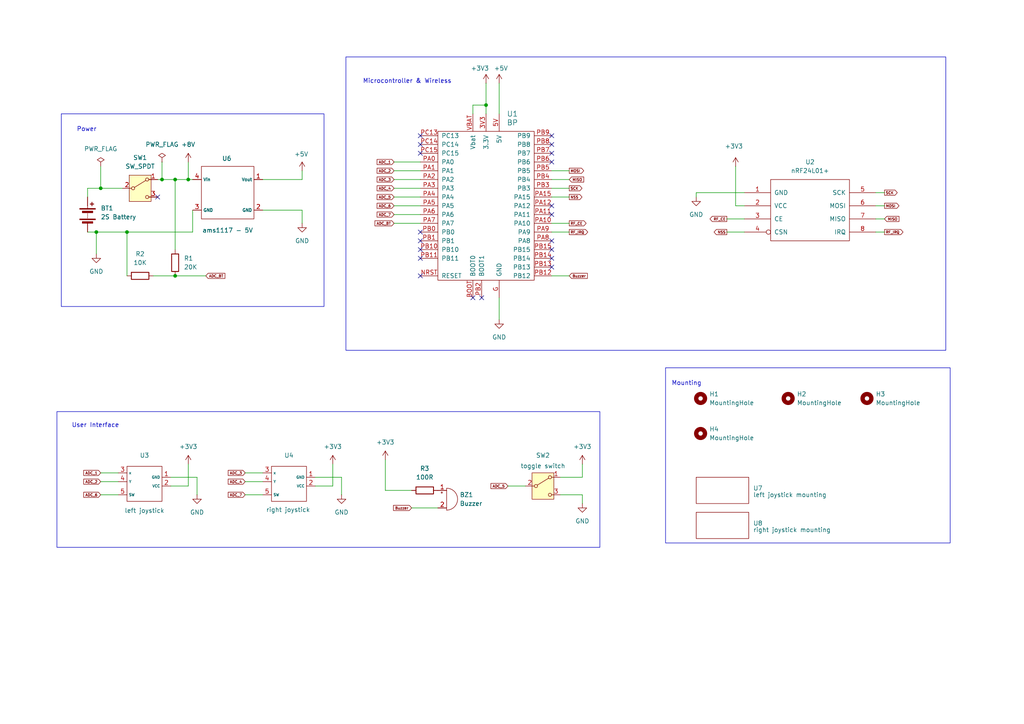
<source format=kicad_sch>
(kicad_sch
	(version 20231120)
	(generator "eeschema")
	(generator_version "8.0")
	(uuid "db82cf10-392f-4771-a2c5-0f7ef88c3a96")
	(paper "A4")
	(lib_symbols
		(symbol "Device:Battery"
			(pin_numbers hide)
			(pin_names
				(offset 0) hide)
			(exclude_from_sim no)
			(in_bom yes)
			(on_board yes)
			(property "Reference" "BT"
				(at 2.54 2.54 0)
				(effects
					(font
						(size 1.27 1.27)
					)
					(justify left)
				)
			)
			(property "Value" "Battery"
				(at 2.54 0 0)
				(effects
					(font
						(size 1.27 1.27)
					)
					(justify left)
				)
			)
			(property "Footprint" ""
				(at 0 1.524 90)
				(effects
					(font
						(size 1.27 1.27)
					)
					(hide yes)
				)
			)
			(property "Datasheet" "~"
				(at 0 1.524 90)
				(effects
					(font
						(size 1.27 1.27)
					)
					(hide yes)
				)
			)
			(property "Description" "Multiple-cell battery"
				(at 0 0 0)
				(effects
					(font
						(size 1.27 1.27)
					)
					(hide yes)
				)
			)
			(property "ki_keywords" "batt voltage-source cell"
				(at 0 0 0)
				(effects
					(font
						(size 1.27 1.27)
					)
					(hide yes)
				)
			)
			(symbol "Battery_0_1"
				(rectangle
					(start -2.286 -1.27)
					(end 2.286 -1.524)
					(stroke
						(width 0)
						(type default)
					)
					(fill
						(type outline)
					)
				)
				(rectangle
					(start -2.286 1.778)
					(end 2.286 1.524)
					(stroke
						(width 0)
						(type default)
					)
					(fill
						(type outline)
					)
				)
				(rectangle
					(start -1.524 -2.032)
					(end 1.524 -2.54)
					(stroke
						(width 0)
						(type default)
					)
					(fill
						(type outline)
					)
				)
				(rectangle
					(start -1.524 1.016)
					(end 1.524 0.508)
					(stroke
						(width 0)
						(type default)
					)
					(fill
						(type outline)
					)
				)
				(polyline
					(pts
						(xy 0 -1.016) (xy 0 -0.762)
					)
					(stroke
						(width 0)
						(type default)
					)
					(fill
						(type none)
					)
				)
				(polyline
					(pts
						(xy 0 -0.508) (xy 0 -0.254)
					)
					(stroke
						(width 0)
						(type default)
					)
					(fill
						(type none)
					)
				)
				(polyline
					(pts
						(xy 0 0) (xy 0 0.254)
					)
					(stroke
						(width 0)
						(type default)
					)
					(fill
						(type none)
					)
				)
				(polyline
					(pts
						(xy 0 1.778) (xy 0 2.54)
					)
					(stroke
						(width 0)
						(type default)
					)
					(fill
						(type none)
					)
				)
				(polyline
					(pts
						(xy 0.762 3.048) (xy 1.778 3.048)
					)
					(stroke
						(width 0.254)
						(type default)
					)
					(fill
						(type none)
					)
				)
				(polyline
					(pts
						(xy 1.27 3.556) (xy 1.27 2.54)
					)
					(stroke
						(width 0.254)
						(type default)
					)
					(fill
						(type none)
					)
				)
			)
			(symbol "Battery_1_1"
				(pin passive line
					(at 0 5.08 270)
					(length 2.54)
					(name "+"
						(effects
							(font
								(size 1.27 1.27)
							)
						)
					)
					(number "1"
						(effects
							(font
								(size 1.27 1.27)
							)
						)
					)
				)
				(pin passive line
					(at 0 -5.08 90)
					(length 2.54)
					(name "-"
						(effects
							(font
								(size 1.27 1.27)
							)
						)
					)
					(number "2"
						(effects
							(font
								(size 1.27 1.27)
							)
						)
					)
				)
			)
		)
		(symbol "Device:Buzzer"
			(pin_names
				(offset 0.0254) hide)
			(exclude_from_sim no)
			(in_bom yes)
			(on_board yes)
			(property "Reference" "BZ"
				(at 3.81 1.27 0)
				(effects
					(font
						(size 1.27 1.27)
					)
					(justify left)
				)
			)
			(property "Value" "Buzzer"
				(at 3.81 -1.27 0)
				(effects
					(font
						(size 1.27 1.27)
					)
					(justify left)
				)
			)
			(property "Footprint" ""
				(at -0.635 2.54 90)
				(effects
					(font
						(size 1.27 1.27)
					)
					(hide yes)
				)
			)
			(property "Datasheet" "~"
				(at -0.635 2.54 90)
				(effects
					(font
						(size 1.27 1.27)
					)
					(hide yes)
				)
			)
			(property "Description" "Buzzer, polarized"
				(at 0 0 0)
				(effects
					(font
						(size 1.27 1.27)
					)
					(hide yes)
				)
			)
			(property "ki_keywords" "quartz resonator ceramic"
				(at 0 0 0)
				(effects
					(font
						(size 1.27 1.27)
					)
					(hide yes)
				)
			)
			(property "ki_fp_filters" "*Buzzer*"
				(at 0 0 0)
				(effects
					(font
						(size 1.27 1.27)
					)
					(hide yes)
				)
			)
			(symbol "Buzzer_0_1"
				(arc
					(start 0 -3.175)
					(mid 3.1612 0)
					(end 0 3.175)
					(stroke
						(width 0)
						(type default)
					)
					(fill
						(type none)
					)
				)
				(polyline
					(pts
						(xy -1.651 1.905) (xy -1.143 1.905)
					)
					(stroke
						(width 0)
						(type default)
					)
					(fill
						(type none)
					)
				)
				(polyline
					(pts
						(xy -1.397 2.159) (xy -1.397 1.651)
					)
					(stroke
						(width 0)
						(type default)
					)
					(fill
						(type none)
					)
				)
				(polyline
					(pts
						(xy 0 3.175) (xy 0 -3.175)
					)
					(stroke
						(width 0)
						(type default)
					)
					(fill
						(type none)
					)
				)
			)
			(symbol "Buzzer_1_1"
				(pin passive line
					(at -2.54 2.54 0)
					(length 2.54)
					(name "+"
						(effects
							(font
								(size 1.27 1.27)
							)
						)
					)
					(number "1"
						(effects
							(font
								(size 1.27 1.27)
							)
						)
					)
				)
				(pin passive line
					(at -2.54 -2.54 0)
					(length 2.54)
					(name "-"
						(effects
							(font
								(size 1.27 1.27)
							)
						)
					)
					(number "2"
						(effects
							(font
								(size 1.27 1.27)
							)
						)
					)
				)
			)
		)
		(symbol "Device:R"
			(pin_numbers hide)
			(pin_names
				(offset 0)
			)
			(exclude_from_sim no)
			(in_bom yes)
			(on_board yes)
			(property "Reference" "R"
				(at 2.032 0 90)
				(effects
					(font
						(size 1.27 1.27)
					)
				)
			)
			(property "Value" "R"
				(at 0 0 90)
				(effects
					(font
						(size 1.27 1.27)
					)
				)
			)
			(property "Footprint" ""
				(at -1.778 0 90)
				(effects
					(font
						(size 1.27 1.27)
					)
					(hide yes)
				)
			)
			(property "Datasheet" "~"
				(at 0 0 0)
				(effects
					(font
						(size 1.27 1.27)
					)
					(hide yes)
				)
			)
			(property "Description" "Resistor"
				(at 0 0 0)
				(effects
					(font
						(size 1.27 1.27)
					)
					(hide yes)
				)
			)
			(property "ki_keywords" "R res resistor"
				(at 0 0 0)
				(effects
					(font
						(size 1.27 1.27)
					)
					(hide yes)
				)
			)
			(property "ki_fp_filters" "R_*"
				(at 0 0 0)
				(effects
					(font
						(size 1.27 1.27)
					)
					(hide yes)
				)
			)
			(symbol "R_0_1"
				(rectangle
					(start -1.016 -2.54)
					(end 1.016 2.54)
					(stroke
						(width 0.254)
						(type default)
					)
					(fill
						(type none)
					)
				)
			)
			(symbol "R_1_1"
				(pin passive line
					(at 0 3.81 270)
					(length 1.27)
					(name "~"
						(effects
							(font
								(size 1.27 1.27)
							)
						)
					)
					(number "1"
						(effects
							(font
								(size 1.27 1.27)
							)
						)
					)
				)
				(pin passive line
					(at 0 -3.81 90)
					(length 1.27)
					(name "~"
						(effects
							(font
								(size 1.27 1.27)
							)
						)
					)
					(number "2"
						(effects
							(font
								(size 1.27 1.27)
							)
						)
					)
				)
			)
		)
		(symbol "Mechanical:MountingHole"
			(pin_names
				(offset 1.016)
			)
			(exclude_from_sim yes)
			(in_bom no)
			(on_board yes)
			(property "Reference" "H"
				(at 0 5.08 0)
				(effects
					(font
						(size 1.27 1.27)
					)
				)
			)
			(property "Value" "MountingHole"
				(at 0 3.175 0)
				(effects
					(font
						(size 1.27 1.27)
					)
				)
			)
			(property "Footprint" ""
				(at 0 0 0)
				(effects
					(font
						(size 1.27 1.27)
					)
					(hide yes)
				)
			)
			(property "Datasheet" "~"
				(at 0 0 0)
				(effects
					(font
						(size 1.27 1.27)
					)
					(hide yes)
				)
			)
			(property "Description" "Mounting Hole without connection"
				(at 0 0 0)
				(effects
					(font
						(size 1.27 1.27)
					)
					(hide yes)
				)
			)
			(property "ki_keywords" "mounting hole"
				(at 0 0 0)
				(effects
					(font
						(size 1.27 1.27)
					)
					(hide yes)
				)
			)
			(property "ki_fp_filters" "MountingHole*"
				(at 0 0 0)
				(effects
					(font
						(size 1.27 1.27)
					)
					(hide yes)
				)
			)
			(symbol "MountingHole_0_1"
				(circle
					(center 0 0)
					(radius 1.27)
					(stroke
						(width 1.27)
						(type default)
					)
					(fill
						(type none)
					)
				)
			)
		)
		(symbol "Switch:SW_SPDT"
			(pin_names
				(offset 0) hide)
			(exclude_from_sim no)
			(in_bom yes)
			(on_board yes)
			(property "Reference" "SW"
				(at 0 5.08 0)
				(effects
					(font
						(size 1.27 1.27)
					)
				)
			)
			(property "Value" "SW_SPDT"
				(at 0 -5.08 0)
				(effects
					(font
						(size 1.27 1.27)
					)
				)
			)
			(property "Footprint" ""
				(at 0 0 0)
				(effects
					(font
						(size 1.27 1.27)
					)
					(hide yes)
				)
			)
			(property "Datasheet" "~"
				(at 0 -7.62 0)
				(effects
					(font
						(size 1.27 1.27)
					)
					(hide yes)
				)
			)
			(property "Description" "Switch, single pole double throw"
				(at 0 0 0)
				(effects
					(font
						(size 1.27 1.27)
					)
					(hide yes)
				)
			)
			(property "ki_keywords" "switch single-pole double-throw spdt ON-ON"
				(at 0 0 0)
				(effects
					(font
						(size 1.27 1.27)
					)
					(hide yes)
				)
			)
			(symbol "SW_SPDT_0_1"
				(circle
					(center -2.032 0)
					(radius 0.4572)
					(stroke
						(width 0)
						(type default)
					)
					(fill
						(type none)
					)
				)
				(polyline
					(pts
						(xy -1.651 0.254) (xy 1.651 2.286)
					)
					(stroke
						(width 0)
						(type default)
					)
					(fill
						(type none)
					)
				)
				(circle
					(center 2.032 -2.54)
					(radius 0.4572)
					(stroke
						(width 0)
						(type default)
					)
					(fill
						(type none)
					)
				)
				(circle
					(center 2.032 2.54)
					(radius 0.4572)
					(stroke
						(width 0)
						(type default)
					)
					(fill
						(type none)
					)
				)
			)
			(symbol "SW_SPDT_1_1"
				(rectangle
					(start -3.175 3.81)
					(end 3.175 -3.81)
					(stroke
						(width 0)
						(type default)
					)
					(fill
						(type background)
					)
				)
				(pin passive line
					(at 5.08 2.54 180)
					(length 2.54)
					(name "A"
						(effects
							(font
								(size 1.27 1.27)
							)
						)
					)
					(number "1"
						(effects
							(font
								(size 1.27 1.27)
							)
						)
					)
				)
				(pin passive line
					(at -5.08 0 0)
					(length 2.54)
					(name "B"
						(effects
							(font
								(size 1.27 1.27)
							)
						)
					)
					(number "2"
						(effects
							(font
								(size 1.27 1.27)
							)
						)
					)
				)
				(pin passive line
					(at 5.08 -2.54 180)
					(length 2.54)
					(name "C"
						(effects
							(font
								(size 1.27 1.27)
							)
						)
					)
					(number "3"
						(effects
							(font
								(size 1.27 1.27)
							)
						)
					)
				)
			)
		)
		(symbol "bp:BP"
			(pin_names
				(offset 1.016)
			)
			(exclude_from_sim no)
			(in_bom yes)
			(on_board yes)
			(property "Reference" "U1"
				(at 6.0041 26.67 0)
				(effects
					(font
						(size 1.524 1.524)
					)
					(justify left)
				)
			)
			(property "Value" "BP"
				(at 6.0041 24.13 0)
				(effects
					(font
						(size 1.524 1.524)
					)
					(justify left)
				)
			)
			(property "Footprint" "Module:blue_pill"
				(at 0.508 13.97 0)
				(effects
					(font
						(size 1.524 1.524)
					)
					(hide yes)
				)
			)
			(property "Datasheet" "bp"
				(at 0.254 10.16 0)
				(effects
					(font
						(size 1.524 1.524)
					)
					(hide yes)
				)
			)
			(property "Description" ""
				(at 0 0 0)
				(effects
					(font
						(size 1.27 1.27)
					)
					(hide yes)
				)
			)
			(symbol "BP_0_1"
				(rectangle
					(start -13.97 21.59)
					(end 13.97 -21.59)
					(stroke
						(width 0)
						(type solid)
					)
					(fill
						(type none)
					)
				)
			)
			(symbol "BP_1_1"
				(pin power_in line
					(at 0 26.67 270)
					(length 5.08)
					(name "3.3V"
						(effects
							(font
								(size 1.27 1.27)
							)
						)
					)
					(number "3V3"
						(effects
							(font
								(size 1.27 1.27)
							)
						)
					)
				)
				(pin power_out line
					(at 3.81 26.67 270)
					(length 5.08)
					(name "5V"
						(effects
							(font
								(size 1.27 1.27)
							)
						)
					)
					(number "5V"
						(effects
							(font
								(size 1.27 1.27)
							)
						)
					)
				)
				(pin input line
					(at -3.81 -26.67 90)
					(length 5.08)
					(name "BOOT0"
						(effects
							(font
								(size 1.27 1.27)
							)
						)
					)
					(number "BOOT"
						(effects
							(font
								(size 1.27 1.27)
							)
						)
					)
				)
				(pin power_in line
					(at 3.81 -26.67 90)
					(length 5.08)
					(name "GND"
						(effects
							(font
								(size 1.27 1.27)
							)
						)
					)
					(number "G"
						(effects
							(font
								(size 1.27 1.27)
							)
						)
					)
				)
				(pin input line
					(at -19.05 -20.32 0)
					(length 5.08)
					(name "RESET"
						(effects
							(font
								(size 1.27 1.27)
							)
						)
					)
					(number "NRST"
						(effects
							(font
								(size 1.27 1.27)
							)
						)
					)
				)
				(pin bidirectional line
					(at -19.05 12.7 0)
					(length 5.08)
					(name "PA0"
						(effects
							(font
								(size 1.27 1.27)
							)
						)
					)
					(number "PA0"
						(effects
							(font
								(size 1.27 1.27)
							)
						)
					)
				)
				(pin bidirectional line
					(at -19.05 10.16 0)
					(length 5.08)
					(name "PA1"
						(effects
							(font
								(size 1.27 1.27)
							)
						)
					)
					(number "PA1"
						(effects
							(font
								(size 1.27 1.27)
							)
						)
					)
				)
				(pin bidirectional line
					(at 19.05 -5.08 180)
					(length 5.08)
					(name "PA10"
						(effects
							(font
								(size 1.27 1.27)
							)
						)
					)
					(number "PA10"
						(effects
							(font
								(size 1.27 1.27)
							)
						)
					)
				)
				(pin bidirectional line
					(at 19.05 -2.54 180)
					(length 5.08)
					(name "PA11"
						(effects
							(font
								(size 1.27 1.27)
							)
						)
					)
					(number "PA11"
						(effects
							(font
								(size 1.27 1.27)
							)
						)
					)
				)
				(pin bidirectional line
					(at 19.05 0 180)
					(length 5.08)
					(name "PA12"
						(effects
							(font
								(size 1.27 1.27)
							)
						)
					)
					(number "PA12"
						(effects
							(font
								(size 1.27 1.27)
							)
						)
					)
				)
				(pin bidirectional line
					(at 19.05 2.54 180)
					(length 5.08)
					(name "PA15"
						(effects
							(font
								(size 1.27 1.27)
							)
						)
					)
					(number "PA15"
						(effects
							(font
								(size 1.27 1.27)
							)
						)
					)
				)
				(pin bidirectional line
					(at -19.05 7.62 0)
					(length 5.08)
					(name "PA2"
						(effects
							(font
								(size 1.27 1.27)
							)
						)
					)
					(number "PA2"
						(effects
							(font
								(size 1.27 1.27)
							)
						)
					)
				)
				(pin bidirectional line
					(at -19.05 5.08 0)
					(length 5.08)
					(name "PA3"
						(effects
							(font
								(size 1.27 1.27)
							)
						)
					)
					(number "PA3"
						(effects
							(font
								(size 1.27 1.27)
							)
						)
					)
				)
				(pin bidirectional line
					(at -19.05 2.54 0)
					(length 5.08)
					(name "PA4"
						(effects
							(font
								(size 1.27 1.27)
							)
						)
					)
					(number "PA4"
						(effects
							(font
								(size 1.27 1.27)
							)
						)
					)
				)
				(pin bidirectional line
					(at -19.05 0 0)
					(length 5.08)
					(name "PA5"
						(effects
							(font
								(size 1.27 1.27)
							)
						)
					)
					(number "PA5"
						(effects
							(font
								(size 1.27 1.27)
							)
						)
					)
				)
				(pin bidirectional line
					(at -19.05 -2.54 0)
					(length 5.08)
					(name "PA6"
						(effects
							(font
								(size 1.27 1.27)
							)
						)
					)
					(number "PA6"
						(effects
							(font
								(size 1.27 1.27)
							)
						)
					)
				)
				(pin bidirectional line
					(at -19.05 -5.08 0)
					(length 5.08)
					(name "PA7"
						(effects
							(font
								(size 1.27 1.27)
							)
						)
					)
					(number "PA7"
						(effects
							(font
								(size 1.27 1.27)
							)
						)
					)
				)
				(pin bidirectional line
					(at 19.05 -10.16 180)
					(length 5.08)
					(name "PA8"
						(effects
							(font
								(size 1.27 1.27)
							)
						)
					)
					(number "PA8"
						(effects
							(font
								(size 1.27 1.27)
							)
						)
					)
				)
				(pin bidirectional line
					(at 19.05 -7.62 180)
					(length 5.08)
					(name "PA9"
						(effects
							(font
								(size 1.27 1.27)
							)
						)
					)
					(number "PA9"
						(effects
							(font
								(size 1.27 1.27)
							)
						)
					)
				)
				(pin bidirectional line
					(at -19.05 -7.62 0)
					(length 5.08)
					(name "PB0"
						(effects
							(font
								(size 1.27 1.27)
							)
						)
					)
					(number "PB0"
						(effects
							(font
								(size 1.27 1.27)
							)
						)
					)
				)
				(pin bidirectional line
					(at -19.05 -10.16 0)
					(length 5.08)
					(name "PB1"
						(effects
							(font
								(size 1.27 1.27)
							)
						)
					)
					(number "PB1"
						(effects
							(font
								(size 1.27 1.27)
							)
						)
					)
				)
				(pin bidirectional line
					(at -19.05 -12.7 0)
					(length 5.08)
					(name "PB10"
						(effects
							(font
								(size 1.27 1.27)
							)
						)
					)
					(number "PB10"
						(effects
							(font
								(size 1.27 1.27)
							)
						)
					)
				)
				(pin bidirectional line
					(at -19.05 -15.24 0)
					(length 5.08)
					(name "PB11"
						(effects
							(font
								(size 1.27 1.27)
							)
						)
					)
					(number "PB11"
						(effects
							(font
								(size 1.27 1.27)
							)
						)
					)
				)
				(pin bidirectional line
					(at 19.05 -20.32 180)
					(length 5.08)
					(name "PB12"
						(effects
							(font
								(size 1.27 1.27)
							)
						)
					)
					(number "PB12"
						(effects
							(font
								(size 1.27 1.27)
							)
						)
					)
				)
				(pin bidirectional line
					(at 19.05 -17.78 180)
					(length 5.08)
					(name "PB13"
						(effects
							(font
								(size 1.27 1.27)
							)
						)
					)
					(number "PB13"
						(effects
							(font
								(size 1.27 1.27)
							)
						)
					)
				)
				(pin bidirectional line
					(at 19.05 -15.24 180)
					(length 5.08)
					(name "PB14"
						(effects
							(font
								(size 1.27 1.27)
							)
						)
					)
					(number "PB14"
						(effects
							(font
								(size 1.27 1.27)
							)
						)
					)
				)
				(pin bidirectional line
					(at 19.05 -12.7 180)
					(length 5.08)
					(name "PB15"
						(effects
							(font
								(size 1.27 1.27)
							)
						)
					)
					(number "PB15"
						(effects
							(font
								(size 1.27 1.27)
							)
						)
					)
				)
				(pin input line
					(at -1.27 -26.67 90)
					(length 5.08)
					(name "BOOT1"
						(effects
							(font
								(size 1.27 1.27)
							)
						)
					)
					(number "PB2"
						(effects
							(font
								(size 1.27 1.27)
							)
						)
					)
				)
				(pin bidirectional line
					(at 19.05 5.08 180)
					(length 5.08)
					(name "PB3"
						(effects
							(font
								(size 1.27 1.27)
							)
						)
					)
					(number "PB3"
						(effects
							(font
								(size 1.27 1.27)
							)
						)
					)
				)
				(pin bidirectional line
					(at 19.05 7.62 180)
					(length 5.08)
					(name "PB4"
						(effects
							(font
								(size 1.27 1.27)
							)
						)
					)
					(number "PB4"
						(effects
							(font
								(size 1.27 1.27)
							)
						)
					)
				)
				(pin bidirectional line
					(at 19.05 10.16 180)
					(length 5.08)
					(name "PB5"
						(effects
							(font
								(size 1.27 1.27)
							)
						)
					)
					(number "PB5"
						(effects
							(font
								(size 1.27 1.27)
							)
						)
					)
				)
				(pin bidirectional line
					(at 19.05 12.7 180)
					(length 5.08)
					(name "PB6"
						(effects
							(font
								(size 1.27 1.27)
							)
						)
					)
					(number "PB6"
						(effects
							(font
								(size 1.27 1.27)
							)
						)
					)
				)
				(pin bidirectional line
					(at 19.05 15.24 180)
					(length 5.08)
					(name "PB7"
						(effects
							(font
								(size 1.27 1.27)
							)
						)
					)
					(number "PB7"
						(effects
							(font
								(size 1.27 1.27)
							)
						)
					)
				)
				(pin bidirectional line
					(at 19.05 17.78 180)
					(length 5.08)
					(name "PB8"
						(effects
							(font
								(size 1.27 1.27)
							)
						)
					)
					(number "PB8"
						(effects
							(font
								(size 1.27 1.27)
							)
						)
					)
				)
				(pin bidirectional line
					(at 19.05 20.32 180)
					(length 5.08)
					(name "PB9"
						(effects
							(font
								(size 1.27 1.27)
							)
						)
					)
					(number "PB9"
						(effects
							(font
								(size 1.27 1.27)
							)
						)
					)
				)
				(pin bidirectional line
					(at -19.05 20.32 0)
					(length 5.08)
					(name "PC13"
						(effects
							(font
								(size 1.27 1.27)
							)
						)
					)
					(number "PC13"
						(effects
							(font
								(size 1.27 1.27)
							)
						)
					)
				)
				(pin bidirectional line
					(at -19.05 17.78 0)
					(length 5.08)
					(name "PC14"
						(effects
							(font
								(size 1.27 1.27)
							)
						)
					)
					(number "PC14"
						(effects
							(font
								(size 1.27 1.27)
							)
						)
					)
				)
				(pin bidirectional line
					(at -19.05 15.24 0)
					(length 5.08)
					(name "PC15"
						(effects
							(font
								(size 1.27 1.27)
							)
						)
					)
					(number "PC15"
						(effects
							(font
								(size 1.27 1.27)
							)
						)
					)
				)
				(pin power_in line
					(at -3.81 26.67 270)
					(length 5.08)
					(name "Vbat"
						(effects
							(font
								(size 1.27 1.27)
							)
						)
					)
					(number "VBAT"
						(effects
							(font
								(size 1.27 1.27)
							)
						)
					)
				)
			)
		)
		(symbol "deng's_library:AMS1117_module"
			(exclude_from_sim no)
			(in_bom yes)
			(on_board yes)
			(property "Reference" "U"
				(at -0.254 11.43 0)
				(effects
					(font
						(size 1.27 1.27)
					)
				)
			)
			(property "Value" ""
				(at 0 0 0)
				(effects
					(font
						(size 1.27 1.27)
					)
				)
			)
			(property "Footprint" ""
				(at 0 0 0)
				(effects
					(font
						(size 1.27 1.27)
					)
					(hide yes)
				)
			)
			(property "Datasheet" ""
				(at 0 0 0)
				(effects
					(font
						(size 1.27 1.27)
					)
					(hide yes)
				)
			)
			(property "Description" ""
				(at 0 0 0)
				(effects
					(font
						(size 1.27 1.27)
					)
					(hide yes)
				)
			)
			(symbol "AMS1117_module_0_1"
				(rectangle
					(start -7.62 8.89)
					(end 7.62 -6.35)
					(stroke
						(width 0)
						(type default)
					)
					(fill
						(type none)
					)
				)
			)
			(symbol "AMS1117_module_1_1"
				(pin power_out line
					(at 10.16 5.08 180)
					(length 2.54)
					(name "Vout"
						(effects
							(font
								(size 0.889 0.889)
							)
						)
					)
					(number "1"
						(effects
							(font
								(size 1.27 1.27)
							)
						)
					)
				)
				(pin power_out line
					(at 10.16 -3.81 180)
					(length 2.54)
					(name "GND"
						(effects
							(font
								(size 0.889 0.889)
							)
						)
					)
					(number "2"
						(effects
							(font
								(size 1.27 1.27)
							)
						)
					)
				)
				(pin power_in line
					(at -10.16 -3.81 0)
					(length 2.54)
					(name "GND"
						(effects
							(font
								(size 0.889 0.889)
							)
						)
					)
					(number "3"
						(effects
							(font
								(size 1.27 1.27)
							)
						)
					)
				)
				(pin power_in line
					(at -10.16 5.08 0)
					(length 2.54)
					(name "Vin"
						(effects
							(font
								(size 0.889 0.889)
							)
						)
					)
					(number "4"
						(effects
							(font
								(size 1.27 1.27)
							)
						)
					)
				)
			)
		)
		(symbol "deng's_library:joystick"
			(exclude_from_sim no)
			(in_bom yes)
			(on_board yes)
			(property "Reference" "U"
				(at 0 8.128 0)
				(effects
					(font
						(size 1.27 1.27)
					)
				)
			)
			(property "Value" ""
				(at 0 0 0)
				(effects
					(font
						(size 1.27 1.27)
					)
				)
			)
			(property "Footprint" ""
				(at 0 0 0)
				(effects
					(font
						(size 1.27 1.27)
					)
					(hide yes)
				)
			)
			(property "Datasheet" ""
				(at 0 0 0)
				(effects
					(font
						(size 1.27 1.27)
					)
					(hide yes)
				)
			)
			(property "Description" ""
				(at 0 0 0)
				(effects
					(font
						(size 1.27 1.27)
					)
					(hide yes)
				)
			)
			(symbol "joystick_1_1"
				(rectangle
					(start -5.08 5.715)
					(end 5.08 -4.445)
					(stroke
						(width 0)
						(type default)
					)
					(fill
						(type none)
					)
				)
				(pin power_in line
					(at 7.62 2.54 180)
					(length 2.54)
					(name "GND"
						(effects
							(font
								(size 0.762 0.762)
							)
						)
					)
					(number "1"
						(effects
							(font
								(size 1.27 1.27)
							)
						)
					)
				)
				(pin power_in line
					(at 7.62 0 180)
					(length 2.54)
					(name "VCC"
						(effects
							(font
								(size 0.762 0.762)
							)
						)
					)
					(number "2"
						(effects
							(font
								(size 1.27 1.27)
							)
						)
					)
				)
				(pin output line
					(at -7.62 3.81 0)
					(length 2.54)
					(name "x"
						(effects
							(font
								(size 0.762 0.762)
							)
						)
					)
					(number "3"
						(effects
							(font
								(size 1.27 1.27)
							)
						)
					)
				)
				(pin output line
					(at -7.62 1.27 0)
					(length 2.54)
					(name "Y"
						(effects
							(font
								(size 0.762 0.762)
							)
						)
					)
					(number "4"
						(effects
							(font
								(size 1.27 1.27)
							)
						)
					)
				)
				(pin output line
					(at -7.62 -2.54 0)
					(length 2.54)
					(name "SW"
						(effects
							(font
								(size 0.762 0.762)
							)
						)
					)
					(number "5"
						(effects
							(font
								(size 1.27 1.27)
							)
						)
					)
				)
			)
		)
		(symbol "deng's_library:joystick_mounting"
			(exclude_from_sim no)
			(in_bom yes)
			(on_board yes)
			(property "Reference" "U"
				(at 0 5.334 0)
				(effects
					(font
						(size 1.27 1.27)
					)
				)
			)
			(property "Value" ""
				(at 0 0 0)
				(effects
					(font
						(size 1.27 1.27)
					)
				)
			)
			(property "Footprint" ""
				(at 0 0 0)
				(effects
					(font
						(size 1.27 1.27)
					)
					(hide yes)
				)
			)
			(property "Datasheet" ""
				(at 0 0 0)
				(effects
					(font
						(size 1.27 1.27)
					)
					(hide yes)
				)
			)
			(property "Description" ""
				(at 0 0 0)
				(effects
					(font
						(size 1.27 1.27)
					)
					(hide yes)
				)
			)
			(symbol "joystick_mounting_0_1"
				(rectangle
					(start -7.62 3.81)
					(end 7.62 -3.81)
					(stroke
						(width 0)
						(type default)
					)
					(fill
						(type none)
					)
				)
			)
		)
		(symbol "nRF24L01+:nRF24L01+"
			(pin_names
				(offset 1.016)
			)
			(exclude_from_sim no)
			(in_bom yes)
			(on_board yes)
			(property "Reference" "U"
				(at 0 -7.62 0)
				(effects
					(font
						(size 1.27 1.27)
					)
				)
			)
			(property "Value" "nRF24L01+"
				(at 0 7.62 0)
				(effects
					(font
						(size 1.27 1.27)
					)
				)
			)
			(property "Footprint" "MODULE"
				(at 0 2.54 0)
				(effects
					(font
						(size 1.27 1.27)
					)
					(hide yes)
				)
			)
			(property "Datasheet" "DOCUMENTATION"
				(at 0 -1.27 0)
				(effects
					(font
						(size 1.27 1.27)
					)
					(hide yes)
				)
			)
			(property "Description" ""
				(at 0 0 0)
				(effects
					(font
						(size 1.27 1.27)
					)
					(hide yes)
				)
			)
			(symbol "nRF24L01+_1_0"
				(rectangle
					(start -11.43 -8.89)
					(end 11.43 8.89)
					(stroke
						(width 0)
						(type solid)
					)
					(fill
						(type none)
					)
				)
			)
			(symbol "nRF24L01+_1_1"
				(pin power_in line
					(at -19.05 5.08 0)
					(length 7.62)
					(name "GND"
						(effects
							(font
								(size 1.27 1.27)
							)
						)
					)
					(number "1"
						(effects
							(font
								(size 1.27 1.27)
							)
						)
					)
				)
				(pin power_in line
					(at -19.05 1.27 0)
					(length 7.62)
					(name "VCC"
						(effects
							(font
								(size 1.27 1.27)
							)
						)
					)
					(number "2"
						(effects
							(font
								(size 1.27 1.27)
							)
						)
					)
				)
				(pin input line
					(at -19.05 -2.54 0)
					(length 7.62)
					(name "CE"
						(effects
							(font
								(size 1.27 1.27)
							)
						)
					)
					(number "3"
						(effects
							(font
								(size 1.27 1.27)
							)
						)
					)
				)
				(pin input inverted
					(at -19.05 -6.35 0)
					(length 7.62)
					(name "CSN"
						(effects
							(font
								(size 1.27 1.27)
							)
						)
					)
					(number "4"
						(effects
							(font
								(size 1.27 1.27)
							)
						)
					)
				)
				(pin input line
					(at 19.05 5.08 180)
					(length 7.62)
					(name "SCK"
						(effects
							(font
								(size 1.27 1.27)
							)
						)
					)
					(number "5"
						(effects
							(font
								(size 1.27 1.27)
							)
						)
					)
				)
				(pin input line
					(at 19.05 1.27 180)
					(length 7.62)
					(name "MOSI"
						(effects
							(font
								(size 1.27 1.27)
							)
						)
					)
					(number "6"
						(effects
							(font
								(size 1.27 1.27)
							)
						)
					)
				)
				(pin output line
					(at 19.05 -2.54 180)
					(length 7.62)
					(name "MISO"
						(effects
							(font
								(size 1.27 1.27)
							)
						)
					)
					(number "7"
						(effects
							(font
								(size 1.27 1.27)
							)
						)
					)
				)
				(pin output line
					(at 19.05 -6.35 180)
					(length 7.62)
					(name "IRQ"
						(effects
							(font
								(size 1.27 1.27)
							)
						)
					)
					(number "8"
						(effects
							(font
								(size 1.27 1.27)
							)
						)
					)
				)
			)
		)
		(symbol "power:+3V3"
			(power)
			(pin_numbers hide)
			(pin_names
				(offset 0) hide)
			(exclude_from_sim no)
			(in_bom yes)
			(on_board yes)
			(property "Reference" "#PWR"
				(at 0 -3.81 0)
				(effects
					(font
						(size 1.27 1.27)
					)
					(hide yes)
				)
			)
			(property "Value" "+3V3"
				(at 0 3.556 0)
				(effects
					(font
						(size 1.27 1.27)
					)
				)
			)
			(property "Footprint" ""
				(at 0 0 0)
				(effects
					(font
						(size 1.27 1.27)
					)
					(hide yes)
				)
			)
			(property "Datasheet" ""
				(at 0 0 0)
				(effects
					(font
						(size 1.27 1.27)
					)
					(hide yes)
				)
			)
			(property "Description" "Power symbol creates a global label with name \"+3V3\""
				(at 0 0 0)
				(effects
					(font
						(size 1.27 1.27)
					)
					(hide yes)
				)
			)
			(property "ki_keywords" "global power"
				(at 0 0 0)
				(effects
					(font
						(size 1.27 1.27)
					)
					(hide yes)
				)
			)
			(symbol "+3V3_0_1"
				(polyline
					(pts
						(xy -0.762 1.27) (xy 0 2.54)
					)
					(stroke
						(width 0)
						(type default)
					)
					(fill
						(type none)
					)
				)
				(polyline
					(pts
						(xy 0 0) (xy 0 2.54)
					)
					(stroke
						(width 0)
						(type default)
					)
					(fill
						(type none)
					)
				)
				(polyline
					(pts
						(xy 0 2.54) (xy 0.762 1.27)
					)
					(stroke
						(width 0)
						(type default)
					)
					(fill
						(type none)
					)
				)
			)
			(symbol "+3V3_1_1"
				(pin power_in line
					(at 0 0 90)
					(length 0)
					(name "~"
						(effects
							(font
								(size 1.27 1.27)
							)
						)
					)
					(number "1"
						(effects
							(font
								(size 1.27 1.27)
							)
						)
					)
				)
			)
		)
		(symbol "power:+8V"
			(power)
			(pin_numbers hide)
			(pin_names
				(offset 0) hide)
			(exclude_from_sim no)
			(in_bom yes)
			(on_board yes)
			(property "Reference" "#PWR"
				(at 0 -3.81 0)
				(effects
					(font
						(size 1.27 1.27)
					)
					(hide yes)
				)
			)
			(property "Value" "+8V"
				(at 0 3.556 0)
				(effects
					(font
						(size 1.27 1.27)
					)
				)
			)
			(property "Footprint" ""
				(at 0 0 0)
				(effects
					(font
						(size 1.27 1.27)
					)
					(hide yes)
				)
			)
			(property "Datasheet" ""
				(at 0 0 0)
				(effects
					(font
						(size 1.27 1.27)
					)
					(hide yes)
				)
			)
			(property "Description" "Power symbol creates a global label with name \"+8V\""
				(at 0 0 0)
				(effects
					(font
						(size 1.27 1.27)
					)
					(hide yes)
				)
			)
			(property "ki_keywords" "global power"
				(at 0 0 0)
				(effects
					(font
						(size 1.27 1.27)
					)
					(hide yes)
				)
			)
			(symbol "+8V_0_1"
				(polyline
					(pts
						(xy -0.762 1.27) (xy 0 2.54)
					)
					(stroke
						(width 0)
						(type default)
					)
					(fill
						(type none)
					)
				)
				(polyline
					(pts
						(xy 0 0) (xy 0 2.54)
					)
					(stroke
						(width 0)
						(type default)
					)
					(fill
						(type none)
					)
				)
				(polyline
					(pts
						(xy 0 2.54) (xy 0.762 1.27)
					)
					(stroke
						(width 0)
						(type default)
					)
					(fill
						(type none)
					)
				)
			)
			(symbol "+8V_1_1"
				(pin power_in line
					(at 0 0 90)
					(length 0)
					(name "~"
						(effects
							(font
								(size 1.27 1.27)
							)
						)
					)
					(number "1"
						(effects
							(font
								(size 1.27 1.27)
							)
						)
					)
				)
			)
		)
		(symbol "power:GND"
			(power)
			(pin_numbers hide)
			(pin_names
				(offset 0) hide)
			(exclude_from_sim no)
			(in_bom yes)
			(on_board yes)
			(property "Reference" "#PWR"
				(at 0 -6.35 0)
				(effects
					(font
						(size 1.27 1.27)
					)
					(hide yes)
				)
			)
			(property "Value" "GND"
				(at 0 -3.81 0)
				(effects
					(font
						(size 1.27 1.27)
					)
				)
			)
			(property "Footprint" ""
				(at 0 0 0)
				(effects
					(font
						(size 1.27 1.27)
					)
					(hide yes)
				)
			)
			(property "Datasheet" ""
				(at 0 0 0)
				(effects
					(font
						(size 1.27 1.27)
					)
					(hide yes)
				)
			)
			(property "Description" "Power symbol creates a global label with name \"GND\" , ground"
				(at 0 0 0)
				(effects
					(font
						(size 1.27 1.27)
					)
					(hide yes)
				)
			)
			(property "ki_keywords" "global power"
				(at 0 0 0)
				(effects
					(font
						(size 1.27 1.27)
					)
					(hide yes)
				)
			)
			(symbol "GND_0_1"
				(polyline
					(pts
						(xy 0 0) (xy 0 -1.27) (xy 1.27 -1.27) (xy 0 -2.54) (xy -1.27 -1.27) (xy 0 -1.27)
					)
					(stroke
						(width 0)
						(type default)
					)
					(fill
						(type none)
					)
				)
			)
			(symbol "GND_1_1"
				(pin power_in line
					(at 0 0 270)
					(length 0)
					(name "~"
						(effects
							(font
								(size 1.27 1.27)
							)
						)
					)
					(number "1"
						(effects
							(font
								(size 1.27 1.27)
							)
						)
					)
				)
			)
		)
		(symbol "power:PWR_FLAG"
			(power)
			(pin_numbers hide)
			(pin_names
				(offset 0) hide)
			(exclude_from_sim no)
			(in_bom yes)
			(on_board yes)
			(property "Reference" "#FLG"
				(at 0 1.905 0)
				(effects
					(font
						(size 1.27 1.27)
					)
					(hide yes)
				)
			)
			(property "Value" "PWR_FLAG"
				(at 0 3.81 0)
				(effects
					(font
						(size 1.27 1.27)
					)
				)
			)
			(property "Footprint" ""
				(at 0 0 0)
				(effects
					(font
						(size 1.27 1.27)
					)
					(hide yes)
				)
			)
			(property "Datasheet" "~"
				(at 0 0 0)
				(effects
					(font
						(size 1.27 1.27)
					)
					(hide yes)
				)
			)
			(property "Description" "Special symbol for telling ERC where power comes from"
				(at 0 0 0)
				(effects
					(font
						(size 1.27 1.27)
					)
					(hide yes)
				)
			)
			(property "ki_keywords" "flag power"
				(at 0 0 0)
				(effects
					(font
						(size 1.27 1.27)
					)
					(hide yes)
				)
			)
			(symbol "PWR_FLAG_0_0"
				(pin power_out line
					(at 0 0 90)
					(length 0)
					(name "~"
						(effects
							(font
								(size 1.27 1.27)
							)
						)
					)
					(number "1"
						(effects
							(font
								(size 1.27 1.27)
							)
						)
					)
				)
			)
			(symbol "PWR_FLAG_0_1"
				(polyline
					(pts
						(xy 0 0) (xy 0 1.27) (xy -1.016 1.905) (xy 0 2.54) (xy 1.016 1.905) (xy 0 1.27)
					)
					(stroke
						(width 0)
						(type default)
					)
					(fill
						(type none)
					)
				)
			)
		)
	)
	(junction
		(at 54.61 52.07)
		(diameter 0)
		(color 0 0 0 0)
		(uuid "07126cc0-d424-4dc2-b055-cfaf545d662a")
	)
	(junction
		(at 46.99 52.07)
		(diameter 0)
		(color 0 0 0 0)
		(uuid "4b13aa91-c779-41fe-ab00-569fe4a27a3f")
	)
	(junction
		(at 29.21 54.61)
		(diameter 0)
		(color 0 0 0 0)
		(uuid "6685f7bc-ec16-4c85-8729-c69ada946168")
	)
	(junction
		(at 50.8 80.01)
		(diameter 0)
		(color 0 0 0 0)
		(uuid "7bd38de2-3149-46a5-9159-7da7fad026b4")
	)
	(junction
		(at 50.8 52.07)
		(diameter 0)
		(color 0 0 0 0)
		(uuid "a0ab922e-c244-44cd-9d7c-447d3f754323")
	)
	(junction
		(at 36.83 67.31)
		(diameter 0)
		(color 0 0 0 0)
		(uuid "a479a76e-c371-4323-8d3a-ea04ece30ecc")
	)
	(junction
		(at 140.97 30.48)
		(diameter 0)
		(color 0 0 0 0)
		(uuid "b689b0f6-9084-4255-b8b2-fac8fddd0e36")
	)
	(junction
		(at 27.94 67.31)
		(diameter 0)
		(color 0 0 0 0)
		(uuid "c78c5324-3644-427f-a021-447794ba4b2f")
	)
	(no_connect
		(at 160.02 44.45)
		(uuid "19c1e609-5b8b-4212-90f1-a9a0d96c3288")
	)
	(no_connect
		(at 121.92 44.45)
		(uuid "1d7744a4-1e79-4189-9a90-5c3f5548c249")
	)
	(no_connect
		(at 160.02 46.99)
		(uuid "2091c3bf-727a-478c-995c-6ce60f8c2b6a")
	)
	(no_connect
		(at 121.92 72.39)
		(uuid "27d74b26-a0a2-4c59-933b-0e9ff26aa324")
	)
	(no_connect
		(at 139.7 86.36)
		(uuid "2df83117-eac9-4e85-8dc7-543b126aa9c7")
	)
	(no_connect
		(at 137.16 86.36)
		(uuid "3be06866-b021-4da0-a356-dcf538b91dda")
	)
	(no_connect
		(at 121.92 80.01)
		(uuid "3c2e1721-cc30-47bc-a84b-317c3894552d")
	)
	(no_connect
		(at 160.02 69.85)
		(uuid "3d979df9-8a17-4d67-9c03-7a0c08c9d41d")
	)
	(no_connect
		(at 121.92 39.37)
		(uuid "41098359-3db5-4c1f-8936-aec40dfc6dea")
	)
	(no_connect
		(at 160.02 41.91)
		(uuid "49e10727-2b02-420c-9b6a-b355b606a52e")
	)
	(no_connect
		(at 121.92 67.31)
		(uuid "5a5245f0-c386-48d5-a9c4-a96bc12a3091")
	)
	(no_connect
		(at 121.92 69.85)
		(uuid "5dfb5ff6-6498-4200-9aba-411bd20bd83f")
	)
	(no_connect
		(at 160.02 59.69)
		(uuid "621e7261-85d9-47ba-8b24-e9782b5c7f84")
	)
	(no_connect
		(at 45.72 57.15)
		(uuid "64abb6ef-1230-468b-9522-b8591a2366ea")
	)
	(no_connect
		(at 160.02 39.37)
		(uuid "772c4a67-68fb-4bea-9f13-f8a9743b0f2f")
	)
	(no_connect
		(at 121.92 74.93)
		(uuid "86963bda-920d-45ac-b8c1-7640679d1323")
	)
	(no_connect
		(at 160.02 77.47)
		(uuid "8f29eb78-0792-4f81-801b-cbdb2462b686")
	)
	(no_connect
		(at 121.92 41.91)
		(uuid "c2277c1f-7272-43ab-87d4-54ded66e821b")
	)
	(no_connect
		(at 160.02 62.23)
		(uuid "d8c8144c-95c1-4398-9af2-88e3a029e9ed")
	)
	(no_connect
		(at 160.02 72.39)
		(uuid "fc10aa8f-fc92-4762-9f10-8cab222b9e87")
	)
	(no_connect
		(at 160.02 74.93)
		(uuid "fd62da0a-b188-4ef4-ab0a-d0803f1140b8")
	)
	(wire
		(pts
			(xy 114.3 62.23) (xy 121.92 62.23)
		)
		(stroke
			(width 0)
			(type default)
		)
		(uuid "01051cf9-a62a-4184-9203-01615b340d68")
	)
	(wire
		(pts
			(xy 160.02 52.07) (xy 165.1 52.07)
		)
		(stroke
			(width 0)
			(type default)
		)
		(uuid "0122e8e4-8ef4-4725-9552-255df9f67005")
	)
	(wire
		(pts
			(xy 54.61 46.99) (xy 54.61 52.07)
		)
		(stroke
			(width 0)
			(type default)
		)
		(uuid "04d852aa-d5ad-49f0-a7ad-1199f952552c")
	)
	(wire
		(pts
			(xy 168.91 134.62) (xy 168.91 138.43)
		)
		(stroke
			(width 0)
			(type default)
		)
		(uuid "08068fb9-9c58-42ff-a9f1-43a472c694d5")
	)
	(wire
		(pts
			(xy 50.8 80.01) (xy 59.69 80.01)
		)
		(stroke
			(width 0)
			(type default)
		)
		(uuid "0880db71-23a1-4a9f-bc9c-5cb1e79c9fe4")
	)
	(wire
		(pts
			(xy 254 55.88) (xy 256.54 55.88)
		)
		(stroke
			(width 0)
			(type default)
		)
		(uuid "089a29c7-7599-4391-9f43-d00b404c8019")
	)
	(wire
		(pts
			(xy 140.97 24.13) (xy 140.97 30.48)
		)
		(stroke
			(width 0)
			(type default)
		)
		(uuid "09646114-f64e-47cf-bb86-706c43c1c86c")
	)
	(wire
		(pts
			(xy 160.02 67.31) (xy 165.1 67.31)
		)
		(stroke
			(width 0)
			(type default)
		)
		(uuid "0aac0198-007c-487b-87f1-3aec4c363205")
	)
	(wire
		(pts
			(xy 168.91 138.43) (xy 162.56 138.43)
		)
		(stroke
			(width 0)
			(type default)
		)
		(uuid "0aca5ac9-3eb4-4839-a039-da96b2bdaebc")
	)
	(wire
		(pts
			(xy 160.02 54.61) (xy 165.1 54.61)
		)
		(stroke
			(width 0)
			(type default)
		)
		(uuid "0c9d5b7c-4406-4e22-a035-7344bc08792f")
	)
	(wire
		(pts
			(xy 114.3 54.61) (xy 121.92 54.61)
		)
		(stroke
			(width 0)
			(type default)
		)
		(uuid "0df880b2-3127-4bcf-a762-87b7aa8c84c1")
	)
	(wire
		(pts
			(xy 45.72 52.07) (xy 46.99 52.07)
		)
		(stroke
			(width 0)
			(type default)
		)
		(uuid "1166dd1e-4b23-4494-9b80-d02a1d01c9d6")
	)
	(wire
		(pts
			(xy 27.94 67.31) (xy 36.83 67.31)
		)
		(stroke
			(width 0)
			(type default)
		)
		(uuid "13994144-0e75-4ed3-9f45-3cb3bfe5f2bb")
	)
	(wire
		(pts
			(xy 29.21 137.16) (xy 34.29 137.16)
		)
		(stroke
			(width 0)
			(type default)
		)
		(uuid "1765bb43-5b1d-409f-a0e7-26b3c9b0adc3")
	)
	(wire
		(pts
			(xy 49.53 140.97) (xy 54.61 140.97)
		)
		(stroke
			(width 0)
			(type default)
		)
		(uuid "1917713a-b908-469e-b506-0afe0e3653ad")
	)
	(wire
		(pts
			(xy 147.32 140.97) (xy 152.4 140.97)
		)
		(stroke
			(width 0)
			(type default)
		)
		(uuid "1c95c8bc-0ea5-430c-85e3-97f37a215f35")
	)
	(wire
		(pts
			(xy 91.44 140.97) (xy 96.52 140.97)
		)
		(stroke
			(width 0)
			(type default)
		)
		(uuid "21699139-0a07-45f4-b8a0-5bcda570bd5f")
	)
	(wire
		(pts
			(xy 140.97 30.48) (xy 140.97 33.02)
		)
		(stroke
			(width 0)
			(type default)
		)
		(uuid "2285c402-2d91-48cf-89db-e8e21c8bced7")
	)
	(wire
		(pts
			(xy 160.02 80.01) (xy 165.1 80.01)
		)
		(stroke
			(width 0)
			(type default)
		)
		(uuid "2b51604b-a1a5-427b-b124-dba1d73a8676")
	)
	(wire
		(pts
			(xy 50.8 52.07) (xy 54.61 52.07)
		)
		(stroke
			(width 0)
			(type default)
		)
		(uuid "2bc33a99-bb5c-4d08-baad-55a234c4942c")
	)
	(wire
		(pts
			(xy 210.82 63.5) (xy 215.9 63.5)
		)
		(stroke
			(width 0)
			(type default)
		)
		(uuid "30974599-eef8-4150-a915-e7f8b237d06b")
	)
	(wire
		(pts
			(xy 119.38 147.32) (xy 127 147.32)
		)
		(stroke
			(width 0)
			(type default)
		)
		(uuid "310b8e42-68f3-4318-aeb7-8e1760a7067f")
	)
	(wire
		(pts
			(xy 29.21 139.7) (xy 34.29 139.7)
		)
		(stroke
			(width 0)
			(type default)
		)
		(uuid "3460ee2d-f793-49f1-ab6e-fdb998d19064")
	)
	(wire
		(pts
			(xy 160.02 49.53) (xy 165.1 49.53)
		)
		(stroke
			(width 0)
			(type default)
		)
		(uuid "3657ce9f-77f4-463c-983a-bd4e115ae00c")
	)
	(wire
		(pts
			(xy 57.15 138.43) (xy 57.15 143.51)
		)
		(stroke
			(width 0)
			(type default)
		)
		(uuid "3805fb39-a2b2-45d6-934d-606685f8f2dc")
	)
	(wire
		(pts
			(xy 50.8 52.07) (xy 50.8 72.39)
		)
		(stroke
			(width 0)
			(type default)
		)
		(uuid "3a24fd8c-27e9-48d6-b446-b54dcc70b2d9")
	)
	(wire
		(pts
			(xy 213.36 59.69) (xy 215.9 59.69)
		)
		(stroke
			(width 0)
			(type default)
		)
		(uuid "3a484478-8b93-4b02-9eaf-47d49c17b7cd")
	)
	(wire
		(pts
			(xy 36.83 67.31) (xy 55.88 67.31)
		)
		(stroke
			(width 0)
			(type default)
		)
		(uuid "412d5775-e189-4a1a-b6bb-3ddb61ff6ed5")
	)
	(wire
		(pts
			(xy 114.3 52.07) (xy 121.92 52.07)
		)
		(stroke
			(width 0)
			(type default)
		)
		(uuid "4818ce68-69c0-480e-951e-fd0b74a01a8b")
	)
	(wire
		(pts
			(xy 29.21 143.51) (xy 34.29 143.51)
		)
		(stroke
			(width 0)
			(type default)
		)
		(uuid "48431678-4991-42e3-b4df-86ffbf425836")
	)
	(wire
		(pts
			(xy 111.76 142.24) (xy 119.38 142.24)
		)
		(stroke
			(width 0)
			(type default)
		)
		(uuid "48fda6dc-713e-41ef-9c08-03a647b9c4a7")
	)
	(wire
		(pts
			(xy 162.56 143.51) (xy 168.91 143.51)
		)
		(stroke
			(width 0)
			(type default)
		)
		(uuid "49c0ecfd-6d43-44de-a546-9567229791ed")
	)
	(wire
		(pts
			(xy 114.3 64.77) (xy 121.92 64.77)
		)
		(stroke
			(width 0)
			(type default)
		)
		(uuid "4bcdcf62-1543-4f0f-91d3-a51a7d38c701")
	)
	(wire
		(pts
			(xy 144.78 24.13) (xy 144.78 33.02)
		)
		(stroke
			(width 0)
			(type default)
		)
		(uuid "4c44fcec-2550-4cf2-8cd0-978e1bb0c7f9")
	)
	(wire
		(pts
			(xy 25.4 57.15) (xy 25.4 54.61)
		)
		(stroke
			(width 0)
			(type default)
		)
		(uuid "4e1c4615-e925-48c9-8328-2bfc5ac9ab0b")
	)
	(wire
		(pts
			(xy 99.06 138.43) (xy 99.06 143.51)
		)
		(stroke
			(width 0)
			(type default)
		)
		(uuid "4f0dc9f6-f7e7-4229-9f04-471797913f50")
	)
	(wire
		(pts
			(xy 87.63 60.96) (xy 87.63 64.77)
		)
		(stroke
			(width 0)
			(type default)
		)
		(uuid "56f306e2-de87-452e-8213-30919c2b292f")
	)
	(wire
		(pts
			(xy 29.21 48.26) (xy 29.21 54.61)
		)
		(stroke
			(width 0)
			(type default)
		)
		(uuid "6c8f9c7c-aa0c-439c-878c-be7ffa02cd36")
	)
	(wire
		(pts
			(xy 137.16 30.48) (xy 140.97 30.48)
		)
		(stroke
			(width 0)
			(type default)
		)
		(uuid "73e6387f-2bc1-464e-92c2-2a5f76515a04")
	)
	(wire
		(pts
			(xy 114.3 57.15) (xy 121.92 57.15)
		)
		(stroke
			(width 0)
			(type default)
		)
		(uuid "7727d9dc-6a27-4ca0-89ec-3c8dc47dc82c")
	)
	(wire
		(pts
			(xy 160.02 64.77) (xy 165.1 64.77)
		)
		(stroke
			(width 0)
			(type default)
		)
		(uuid "79b7c57b-5adf-4411-8651-4f4c39746f03")
	)
	(wire
		(pts
			(xy 54.61 134.62) (xy 54.61 140.97)
		)
		(stroke
			(width 0)
			(type default)
		)
		(uuid "7b26dc62-4d39-4afa-8da3-06796e6e3adb")
	)
	(wire
		(pts
			(xy 71.12 139.7) (xy 76.2 139.7)
		)
		(stroke
			(width 0)
			(type default)
		)
		(uuid "7cfd3821-f6ba-4688-a1a4-e2a757b24b7f")
	)
	(wire
		(pts
			(xy 210.82 67.31) (xy 215.9 67.31)
		)
		(stroke
			(width 0)
			(type default)
		)
		(uuid "8508041f-4f5c-4e50-a448-2c053fca641f")
	)
	(wire
		(pts
			(xy 254 67.31) (xy 256.54 67.31)
		)
		(stroke
			(width 0)
			(type default)
		)
		(uuid "85bc68cc-9c85-4864-a178-95c116a37000")
	)
	(wire
		(pts
			(xy 71.12 143.51) (xy 76.2 143.51)
		)
		(stroke
			(width 0)
			(type default)
		)
		(uuid "8f4ec09f-8f5a-410c-b11c-ad73d32ec1f3")
	)
	(wire
		(pts
			(xy 25.4 67.31) (xy 27.94 67.31)
		)
		(stroke
			(width 0)
			(type default)
		)
		(uuid "90bcc63c-9048-489d-8b97-4f02804e8bb1")
	)
	(wire
		(pts
			(xy 87.63 52.07) (xy 87.63 49.53)
		)
		(stroke
			(width 0)
			(type default)
		)
		(uuid "91bd1bc0-06e6-43b9-89bb-af9824bdad4b")
	)
	(wire
		(pts
			(xy 111.76 133.35) (xy 111.76 142.24)
		)
		(stroke
			(width 0)
			(type default)
		)
		(uuid "92bdbf0a-9b07-4459-9a7c-08997a1a46d5")
	)
	(wire
		(pts
			(xy 114.3 46.99) (xy 121.92 46.99)
		)
		(stroke
			(width 0)
			(type default)
		)
		(uuid "93c19349-724f-4f82-90c6-9cbb39abe479")
	)
	(wire
		(pts
			(xy 46.99 46.99) (xy 46.99 52.07)
		)
		(stroke
			(width 0)
			(type default)
		)
		(uuid "9778a107-50b3-4b1c-a62a-1a41910a5926")
	)
	(wire
		(pts
			(xy 213.36 48.26) (xy 213.36 59.69)
		)
		(stroke
			(width 0)
			(type default)
		)
		(uuid "abcd904c-1eb1-4678-ad56-ba504fb2a987")
	)
	(wire
		(pts
			(xy 46.99 52.07) (xy 50.8 52.07)
		)
		(stroke
			(width 0)
			(type default)
		)
		(uuid "b4fb91f7-587a-4863-8471-09195cf0f55d")
	)
	(wire
		(pts
			(xy 76.2 52.07) (xy 87.63 52.07)
		)
		(stroke
			(width 0)
			(type default)
		)
		(uuid "b51a4aeb-09c4-4891-b8ab-9ec37c9e5267")
	)
	(wire
		(pts
			(xy 254 59.69) (xy 256.54 59.69)
		)
		(stroke
			(width 0)
			(type default)
		)
		(uuid "b6ef9ed8-1f81-4d1a-b5b5-78bddb6ca08a")
	)
	(wire
		(pts
			(xy 137.16 33.02) (xy 137.16 30.48)
		)
		(stroke
			(width 0)
			(type default)
		)
		(uuid "bacab609-5295-4d71-bed9-35d5ab4c053f")
	)
	(wire
		(pts
			(xy 114.3 59.69) (xy 121.92 59.69)
		)
		(stroke
			(width 0)
			(type default)
		)
		(uuid "c03d0f9c-0a32-48be-9e9b-1d9a64d4b458")
	)
	(wire
		(pts
			(xy 201.93 57.15) (xy 201.93 55.88)
		)
		(stroke
			(width 0)
			(type default)
		)
		(uuid "c1c09404-8933-4a75-8ec6-dd719f09af5f")
	)
	(wire
		(pts
			(xy 76.2 60.96) (xy 87.63 60.96)
		)
		(stroke
			(width 0)
			(type default)
		)
		(uuid "c413c178-3979-4617-8751-ebb92f38295c")
	)
	(wire
		(pts
			(xy 54.61 52.07) (xy 55.88 52.07)
		)
		(stroke
			(width 0)
			(type default)
		)
		(uuid "c44cc0dd-1dfc-44a5-8362-9a440be4c5f2")
	)
	(wire
		(pts
			(xy 144.78 86.36) (xy 144.78 92.71)
		)
		(stroke
			(width 0)
			(type default)
		)
		(uuid "c5480e90-f4cc-4ea6-8705-5c09e21f085c")
	)
	(wire
		(pts
			(xy 71.12 137.16) (xy 76.2 137.16)
		)
		(stroke
			(width 0)
			(type default)
		)
		(uuid "cf594a07-e3e6-470c-9978-fbcb2f0f392f")
	)
	(wire
		(pts
			(xy 36.83 67.31) (xy 36.83 80.01)
		)
		(stroke
			(width 0)
			(type default)
		)
		(uuid "d5386a12-f07d-411c-a19d-72a6e4fb747b")
	)
	(wire
		(pts
			(xy 25.4 54.61) (xy 29.21 54.61)
		)
		(stroke
			(width 0)
			(type default)
		)
		(uuid "d834af25-2157-4d08-8ead-0c315700fec6")
	)
	(wire
		(pts
			(xy 44.45 80.01) (xy 50.8 80.01)
		)
		(stroke
			(width 0)
			(type default)
		)
		(uuid "dba1d324-c5a8-4b6d-a157-660ad187b752")
	)
	(wire
		(pts
			(xy 49.53 138.43) (xy 57.15 138.43)
		)
		(stroke
			(width 0)
			(type default)
		)
		(uuid "dc26d267-86d8-486f-b1fb-9491b9dca7b0")
	)
	(wire
		(pts
			(xy 168.91 143.51) (xy 168.91 146.05)
		)
		(stroke
			(width 0)
			(type default)
		)
		(uuid "dc2bf4bd-4545-4657-a7e5-99ee36718eb5")
	)
	(wire
		(pts
			(xy 55.88 67.31) (xy 55.88 60.96)
		)
		(stroke
			(width 0)
			(type default)
		)
		(uuid "e02d012b-c3d9-403b-a31a-746acee6bf49")
	)
	(wire
		(pts
			(xy 27.94 67.31) (xy 27.94 73.66)
		)
		(stroke
			(width 0)
			(type default)
		)
		(uuid "e1148c77-cbe3-4f61-a825-dca5ba0e988d")
	)
	(wire
		(pts
			(xy 96.52 134.62) (xy 96.52 140.97)
		)
		(stroke
			(width 0)
			(type default)
		)
		(uuid "eb48e526-4b8c-4d9a-b152-42a5c676bce1")
	)
	(wire
		(pts
			(xy 254 63.5) (xy 256.54 63.5)
		)
		(stroke
			(width 0)
			(type default)
		)
		(uuid "f1cc4392-444c-497d-b8e2-76db365db326")
	)
	(wire
		(pts
			(xy 91.44 138.43) (xy 99.06 138.43)
		)
		(stroke
			(width 0)
			(type default)
		)
		(uuid "f3d2a343-4e2d-427b-b6ee-2a43c6d9cbf1")
	)
	(wire
		(pts
			(xy 201.93 55.88) (xy 215.9 55.88)
		)
		(stroke
			(width 0)
			(type default)
		)
		(uuid "f4ad71a3-634a-47d9-9ed3-44721d66d37c")
	)
	(wire
		(pts
			(xy 114.3 49.53) (xy 121.92 49.53)
		)
		(stroke
			(width 0)
			(type default)
		)
		(uuid "f9024c97-8bf1-4e25-8eff-97a2174dec9e")
	)
	(wire
		(pts
			(xy 160.02 57.15) (xy 165.1 57.15)
		)
		(stroke
			(width 0)
			(type default)
		)
		(uuid "faa16eba-9b56-4df0-81ff-b8f0de31b96d")
	)
	(wire
		(pts
			(xy 29.21 54.61) (xy 35.56 54.61)
		)
		(stroke
			(width 0)
			(type default)
		)
		(uuid "fb6c3579-667e-4cf4-8ccd-28eb790e28be")
	)
	(rectangle
		(start 17.78 33.02)
		(end 93.98 88.9)
		(stroke
			(width 0)
			(type default)
		)
		(fill
			(type none)
		)
		(uuid 021d9af7-ea5f-41f2-a202-baab14f81e0e)
	)
	(rectangle
		(start 16.51 119.38)
		(end 173.99 158.75)
		(stroke
			(width 0)
			(type default)
		)
		(fill
			(type none)
		)
		(uuid 410c1f30-a104-4da1-acf5-7fca68fa4576)
	)
	(rectangle
		(start 100.33 16.51)
		(end 274.32 101.6)
		(stroke
			(width 0)
			(type default)
		)
		(fill
			(type none)
		)
		(uuid c7a75b70-6a6a-4347-ade0-1923c99e607a)
	)
	(rectangle
		(start 193.04 106.68)
		(end 275.59 157.48)
		(stroke
			(width 0)
			(type default)
		)
		(fill
			(type none)
		)
		(uuid ec012436-fe3e-46ce-ae58-d3bfc7f044a5)
	)
	(text "Power\n"
		(exclude_from_sim no)
		(at 25.146 37.592 0)
		(effects
			(font
				(size 1.27 1.27)
			)
		)
		(uuid "6f839c4d-4ddf-45ce-93f0-49d0991a4a36")
	)
	(text "Microcontroller & Wireless"
		(exclude_from_sim no)
		(at 118.11 23.622 0)
		(effects
			(font
				(size 1.27 1.27)
			)
		)
		(uuid "9d5b57eb-9405-4e95-ab57-f830f0c05dfa")
	)
	(text "User Interface\n"
		(exclude_from_sim no)
		(at 27.686 123.444 0)
		(effects
			(font
				(size 1.27 1.27)
			)
		)
		(uuid "a6d86182-7bd2-4b1c-b7fd-5e38389ff3df")
	)
	(text "Mounting\n"
		(exclude_from_sim no)
		(at 199.136 111.252 0)
		(effects
			(font
				(size 1.27 1.27)
			)
		)
		(uuid "b34a52c0-db7a-48c7-bc08-fb76700744cb")
	)
	(global_label "SCK"
		(shape output)
		(at 165.1 54.61 0)
		(fields_autoplaced yes)
		(effects
			(font
				(size 0.762 0.762)
			)
			(justify left)
		)
		(uuid "0a0f9009-c8e3-4e0a-ac02-57749d9e682b")
		(property "Intersheetrefs" "${INTERSHEET_REFS}"
			(at 169.1411 54.61 0)
			(effects
				(font
					(size 1.27 1.27)
				)
				(justify left)
				(hide yes)
			)
		)
	)
	(global_label "RF_CE"
		(shape output)
		(at 165.1 64.77 0)
		(fields_autoplaced yes)
		(effects
			(font
				(size 0.762 0.762)
			)
			(justify left)
		)
		(uuid "1a1e751c-203a-452d-bf27-3a7362a5f13e")
		(property "Intersheetrefs" "${INTERSHEET_REFS}"
			(at 170.3385 64.77 0)
			(effects
				(font
					(size 1.27 1.27)
				)
				(justify left)
				(hide yes)
			)
		)
	)
	(global_label "ADC_2"
		(shape input)
		(at 114.3 49.53 180)
		(fields_autoplaced yes)
		(effects
			(font
				(size 0.762 0.762)
			)
			(justify right)
		)
		(uuid "1ad0c64d-f716-44af-bad9-66ebb2dabb9e")
		(property "Intersheetrefs" "${INTERSHEET_REFS}"
			(at 109.0252 49.53 0)
			(effects
				(font
					(size 1.27 1.27)
				)
				(justify right)
				(hide yes)
			)
		)
	)
	(global_label "MOSI"
		(shape output)
		(at 165.1 49.53 0)
		(fields_autoplaced yes)
		(effects
			(font
				(size 0.762 0.762)
			)
			(justify left)
		)
		(uuid "2719d8dd-becc-43b7-8b32-dd89c3a591a8")
		(property "Intersheetrefs" "${INTERSHEET_REFS}"
			(at 169.6492 49.53 0)
			(effects
				(font
					(size 1.27 1.27)
				)
				(justify left)
				(hide yes)
			)
		)
	)
	(global_label "MOSI"
		(shape output)
		(at 256.54 59.69 0)
		(fields_autoplaced yes)
		(effects
			(font
				(size 0.762 0.762)
			)
			(justify left)
		)
		(uuid "3168a7a2-3a84-4161-89ef-777d69fc6cf2")
		(property "Intersheetrefs" "${INTERSHEET_REFS}"
			(at 261.0892 59.69 0)
			(effects
				(font
					(size 1.27 1.27)
				)
				(justify left)
				(hide yes)
			)
		)
	)
	(global_label "ADC_BT"
		(shape input)
		(at 59.69 80.01 0)
		(fields_autoplaced yes)
		(effects
			(font
				(size 0.762 0.762)
			)
			(justify left)
		)
		(uuid "35db4fe1-d5f6-412c-8a30-2e5a269b08c2")
		(property "Intersheetrefs" "${INTERSHEET_REFS}"
			(at 65.5817 80.01 0)
			(effects
				(font
					(size 1.27 1.27)
				)
				(justify left)
				(hide yes)
			)
		)
	)
	(global_label "ADC_6"
		(shape input)
		(at 29.21 143.51 180)
		(fields_autoplaced yes)
		(effects
			(font
				(size 0.762 0.762)
			)
			(justify right)
		)
		(uuid "396e28f4-7e88-467a-bef0-1d356e203dd3")
		(property "Intersheetrefs" "${INTERSHEET_REFS}"
			(at 23.9352 143.51 0)
			(effects
				(font
					(size 1.27 1.27)
				)
				(justify right)
				(hide yes)
			)
		)
	)
	(global_label "ADC_7"
		(shape input)
		(at 114.3 62.23 180)
		(fields_autoplaced yes)
		(effects
			(font
				(size 0.762 0.762)
			)
			(justify right)
		)
		(uuid "418ec438-d2f5-4236-934d-3c1e359f9251")
		(property "Intersheetrefs" "${INTERSHEET_REFS}"
			(at 109.0252 62.23 0)
			(effects
				(font
					(size 1.27 1.27)
				)
				(justify right)
				(hide yes)
			)
		)
	)
	(global_label "ADC_3"
		(shape input)
		(at 71.12 137.16 180)
		(fields_autoplaced yes)
		(effects
			(font
				(size 0.762 0.762)
			)
			(justify right)
		)
		(uuid "434d718e-5678-4e8e-b641-00a9ae96f9de")
		(property "Intersheetrefs" "${INTERSHEET_REFS}"
			(at 65.8452 137.16 0)
			(effects
				(font
					(size 1.27 1.27)
				)
				(justify right)
				(hide yes)
			)
		)
	)
	(global_label "RF_CE"
		(shape output)
		(at 210.82 63.5 180)
		(fields_autoplaced yes)
		(effects
			(font
				(size 0.762 0.762)
			)
			(justify right)
		)
		(uuid "48768142-7ff5-451c-b8ff-3626070aaed4")
		(property "Intersheetrefs" "${INTERSHEET_REFS}"
			(at 205.5815 63.5 0)
			(effects
				(font
					(size 1.27 1.27)
				)
				(justify right)
				(hide yes)
			)
		)
	)
	(global_label "Buzzer"
		(shape input)
		(at 165.1 80.01 0)
		(fields_autoplaced yes)
		(effects
			(font
				(size 0.762 0.762)
			)
			(justify left)
		)
		(uuid "50bf00f5-7612-40eb-88d6-ce4064169f74")
		(property "Intersheetrefs" "${INTERSHEET_REFS}"
			(at 170.7014 80.01 0)
			(effects
				(font
					(size 1.27 1.27)
				)
				(justify left)
				(hide yes)
			)
		)
	)
	(global_label "ADC_BT"
		(shape input)
		(at 114.3 64.77 180)
		(fields_autoplaced yes)
		(effects
			(font
				(size 0.762 0.762)
			)
			(justify right)
		)
		(uuid "56f28be3-0173-48c4-80ca-122b646984c6")
		(property "Intersheetrefs" "${INTERSHEET_REFS}"
			(at 108.4083 64.77 0)
			(effects
				(font
					(size 1.27 1.27)
				)
				(justify right)
				(hide yes)
			)
		)
	)
	(global_label "RF_IRQ"
		(shape output)
		(at 165.1 67.31 0)
		(fields_autoplaced yes)
		(effects
			(font
				(size 0.762 0.762)
			)
			(justify left)
		)
		(uuid "810f4bce-c8d7-47ad-8c29-76049f1d36b9")
		(property "Intersheetrefs" "${INTERSHEET_REFS}"
			(at 170.8103 67.31 0)
			(effects
				(font
					(size 1.27 1.27)
				)
				(justify left)
				(hide yes)
			)
		)
	)
	(global_label "MISO"
		(shape input)
		(at 165.1 52.07 0)
		(fields_autoplaced yes)
		(effects
			(font
				(size 0.762 0.762)
			)
			(justify left)
		)
		(uuid "8350288d-e53c-4543-b07f-8ffd1f55e132")
		(property "Intersheetrefs" "${INTERSHEET_REFS}"
			(at 169.6492 52.07 0)
			(effects
				(font
					(size 1.27 1.27)
				)
				(justify left)
				(hide yes)
			)
		)
	)
	(global_label "ADC_5"
		(shape input)
		(at 114.3 57.15 180)
		(fields_autoplaced yes)
		(effects
			(font
				(size 0.762 0.762)
			)
			(justify right)
		)
		(uuid "89be9492-7315-49ce-a60f-8fe0c852a13a")
		(property "Intersheetrefs" "${INTERSHEET_REFS}"
			(at 109.0252 57.15 0)
			(effects
				(font
					(size 1.27 1.27)
				)
				(justify right)
				(hide yes)
			)
		)
	)
	(global_label "SCK"
		(shape output)
		(at 256.54 55.88 0)
		(fields_autoplaced yes)
		(effects
			(font
				(size 0.762 0.762)
			)
			(justify left)
		)
		(uuid "8ddb40c8-92ec-456c-ae73-d71d022fe0bc")
		(property "Intersheetrefs" "${INTERSHEET_REFS}"
			(at 260.5811 55.88 0)
			(effects
				(font
					(size 1.27 1.27)
				)
				(justify left)
				(hide yes)
			)
		)
	)
	(global_label "ADC_1"
		(shape input)
		(at 114.3 46.99 180)
		(fields_autoplaced yes)
		(effects
			(font
				(size 0.762 0.762)
			)
			(justify right)
		)
		(uuid "95852453-797d-460e-b3d5-ffa3c3c5ce6a")
		(property "Intersheetrefs" "${INTERSHEET_REFS}"
			(at 109.0252 46.99 0)
			(effects
				(font
					(size 1.27 1.27)
				)
				(justify right)
				(hide yes)
			)
		)
	)
	(global_label "ADC_3"
		(shape input)
		(at 114.3 52.07 180)
		(fields_autoplaced yes)
		(effects
			(font
				(size 0.762 0.762)
			)
			(justify right)
		)
		(uuid "9907fae4-76e2-4005-acd1-f913e080e8c2")
		(property "Intersheetrefs" "${INTERSHEET_REFS}"
			(at 109.0252 52.07 0)
			(effects
				(font
					(size 1.27 1.27)
				)
				(justify right)
				(hide yes)
			)
		)
	)
	(global_label "ADC_6"
		(shape input)
		(at 114.3 59.69 180)
		(fields_autoplaced yes)
		(effects
			(font
				(size 0.762 0.762)
			)
			(justify right)
		)
		(uuid "9a91e6ab-674b-4b80-b900-a968c69bf980")
		(property "Intersheetrefs" "${INTERSHEET_REFS}"
			(at 109.0252 59.69 0)
			(effects
				(font
					(size 1.27 1.27)
				)
				(justify right)
				(hide yes)
			)
		)
	)
	(global_label "ADC_5"
		(shape input)
		(at 147.32 140.97 180)
		(fields_autoplaced yes)
		(effects
			(font
				(size 0.762 0.762)
			)
			(justify right)
		)
		(uuid "9d58e4b0-7426-4239-9e8c-da2f82384869")
		(property "Intersheetrefs" "${INTERSHEET_REFS}"
			(at 142.0452 140.97 0)
			(effects
				(font
					(size 1.27 1.27)
				)
				(justify right)
				(hide yes)
			)
		)
	)
	(global_label "ADC_4"
		(shape input)
		(at 114.3 54.61 180)
		(fields_autoplaced yes)
		(effects
			(font
				(size 0.762 0.762)
			)
			(justify right)
		)
		(uuid "a30928b4-b2d4-4777-99a2-6035e9a7a1e5")
		(property "Intersheetrefs" "${INTERSHEET_REFS}"
			(at 109.0252 54.61 0)
			(effects
				(font
					(size 1.27 1.27)
				)
				(justify right)
				(hide yes)
			)
		)
	)
	(global_label "MISO"
		(shape input)
		(at 256.54 63.5 0)
		(fields_autoplaced yes)
		(effects
			(font
				(size 0.762 0.762)
			)
			(justify left)
		)
		(uuid "b290e99e-7ad3-4a39-82b8-c63d4368bcc1")
		(property "Intersheetrefs" "${INTERSHEET_REFS}"
			(at 261.0892 63.5 0)
			(effects
				(font
					(size 1.27 1.27)
				)
				(justify left)
				(hide yes)
			)
		)
	)
	(global_label "ADC_2"
		(shape input)
		(at 29.21 139.7 180)
		(fields_autoplaced yes)
		(effects
			(font
				(size 0.762 0.762)
			)
			(justify right)
		)
		(uuid "c8afd6db-432e-4d6d-8fbc-5dc41d481152")
		(property "Intersheetrefs" "${INTERSHEET_REFS}"
			(at 23.9352 139.7 0)
			(effects
				(font
					(size 1.27 1.27)
				)
				(justify right)
				(hide yes)
			)
		)
	)
	(global_label "ADC_7"
		(shape input)
		(at 71.12 143.51 180)
		(fields_autoplaced yes)
		(effects
			(font
				(size 0.762 0.762)
			)
			(justify right)
		)
		(uuid "ca891c79-1b98-4521-ada8-7af548216dc1")
		(property "Intersheetrefs" "${INTERSHEET_REFS}"
			(at 65.8452 143.51 0)
			(effects
				(font
					(size 1.27 1.27)
				)
				(justify right)
				(hide yes)
			)
		)
	)
	(global_label "ADC_4"
		(shape input)
		(at 71.12 139.7 180)
		(fields_autoplaced yes)
		(effects
			(font
				(size 0.762 0.762)
			)
			(justify right)
		)
		(uuid "d85aaba2-406e-438f-af42-584d366f7427")
		(property "Intersheetrefs" "${INTERSHEET_REFS}"
			(at 65.8452 139.7 0)
			(effects
				(font
					(size 1.27 1.27)
				)
				(justify right)
				(hide yes)
			)
		)
	)
	(global_label "Buzzer"
		(shape input)
		(at 119.38 147.32 180)
		(fields_autoplaced yes)
		(effects
			(font
				(size 0.762 0.762)
			)
			(justify right)
		)
		(uuid "ea2816da-4737-45c2-805b-549f3344ffa6")
		(property "Intersheetrefs" "${INTERSHEET_REFS}"
			(at 113.7786 147.32 0)
			(effects
				(font
					(size 1.27 1.27)
				)
				(justify right)
				(hide yes)
			)
		)
	)
	(global_label "RF_IRQ"
		(shape output)
		(at 256.54 67.31 0)
		(fields_autoplaced yes)
		(effects
			(font
				(size 0.762 0.762)
			)
			(justify left)
		)
		(uuid "ebf638e7-1314-4521-b605-0af7d5367db4")
		(property "Intersheetrefs" "${INTERSHEET_REFS}"
			(at 262.2503 67.31 0)
			(effects
				(font
					(size 1.27 1.27)
				)
				(justify left)
				(hide yes)
			)
		)
	)
	(global_label "NSS"
		(shape output)
		(at 210.82 67.31 180)
		(fields_autoplaced yes)
		(effects
			(font
				(size 0.762 0.762)
			)
			(justify right)
		)
		(uuid "f2182037-9848-4531-adfa-09ef1e94a3f5")
		(property "Intersheetrefs" "${INTERSHEET_REFS}"
			(at 206.7789 67.31 0)
			(effects
				(font
					(size 1.27 1.27)
				)
				(justify right)
				(hide yes)
			)
		)
	)
	(global_label "ADC_1"
		(shape input)
		(at 29.21 137.16 180)
		(fields_autoplaced yes)
		(effects
			(font
				(size 0.762 0.762)
			)
			(justify right)
		)
		(uuid "f61a6b2e-4cc2-4b84-851e-955da91f5da6")
		(property "Intersheetrefs" "${INTERSHEET_REFS}"
			(at 23.9352 137.16 0)
			(effects
				(font
					(size 1.27 1.27)
				)
				(justify right)
				(hide yes)
			)
		)
	)
	(global_label "NSS"
		(shape output)
		(at 165.1 57.15 0)
		(fields_autoplaced yes)
		(effects
			(font
				(size 0.762 0.762)
			)
			(justify left)
		)
		(uuid "fbe82bee-5e71-47ea-8f62-be9e87e6086e")
		(property "Intersheetrefs" "${INTERSHEET_REFS}"
			(at 169.1411 57.15 0)
			(effects
				(font
					(size 1.27 1.27)
				)
				(justify left)
				(hide yes)
			)
		)
	)
	(symbol
		(lib_id "power:GND")
		(at 27.94 73.66 0)
		(unit 1)
		(exclude_from_sim no)
		(in_bom yes)
		(on_board yes)
		(dnp no)
		(fields_autoplaced yes)
		(uuid "04120df0-44e8-44f4-ba84-266b551f1fbd")
		(property "Reference" "#PWR016"
			(at 27.94 80.01 0)
			(effects
				(font
					(size 1.27 1.27)
				)
				(hide yes)
			)
		)
		(property "Value" "GND"
			(at 27.94 78.74 0)
			(effects
				(font
					(size 1.27 1.27)
				)
			)
		)
		(property "Footprint" ""
			(at 27.94 73.66 0)
			(effects
				(font
					(size 1.27 1.27)
				)
				(hide yes)
			)
		)
		(property "Datasheet" ""
			(at 27.94 73.66 0)
			(effects
				(font
					(size 1.27 1.27)
				)
				(hide yes)
			)
		)
		(property "Description" "Power symbol creates a global label with name \"GND\" , ground"
			(at 27.94 73.66 0)
			(effects
				(font
					(size 1.27 1.27)
				)
				(hide yes)
			)
		)
		(pin "1"
			(uuid "b5af8a12-c820-4680-acd5-51055ffd134a")
		)
		(instances
			(project "transmitter"
				(path "/db82cf10-392f-4771-a2c5-0f7ef88c3a96"
					(reference "#PWR016")
					(unit 1)
				)
			)
		)
	)
	(symbol
		(lib_id "power:+3V3")
		(at 213.36 48.26 0)
		(unit 1)
		(exclude_from_sim no)
		(in_bom yes)
		(on_board yes)
		(dnp no)
		(uuid "0e8a198b-ae2c-4799-b811-f39d9d2a1552")
		(property "Reference" "#PWR01"
			(at 213.36 52.07 0)
			(effects
				(font
					(size 1.27 1.27)
				)
				(hide yes)
			)
		)
		(property "Value" "+3V3"
			(at 212.852 42.418 0)
			(effects
				(font
					(size 1.27 1.27)
				)
			)
		)
		(property "Footprint" ""
			(at 213.36 48.26 0)
			(effects
				(font
					(size 1.27 1.27)
				)
				(hide yes)
			)
		)
		(property "Datasheet" ""
			(at 213.36 48.26 0)
			(effects
				(font
					(size 1.27 1.27)
				)
				(hide yes)
			)
		)
		(property "Description" "Power symbol creates a global label with name \"+3V3\""
			(at 213.36 48.26 0)
			(effects
				(font
					(size 1.27 1.27)
				)
				(hide yes)
			)
		)
		(pin "1"
			(uuid "fe32b29b-98da-404d-8952-294747d69b7d")
		)
		(instances
			(project "transmitter"
				(path "/db82cf10-392f-4771-a2c5-0f7ef88c3a96"
					(reference "#PWR01")
					(unit 1)
				)
			)
		)
	)
	(symbol
		(lib_id "Switch:SW_SPDT")
		(at 157.48 140.97 0)
		(unit 1)
		(exclude_from_sim no)
		(in_bom yes)
		(on_board yes)
		(dnp no)
		(uuid "16911c8d-e018-4c34-9f67-ba01812896a7")
		(property "Reference" "SW2"
			(at 157.48 132.08 0)
			(effects
				(font
					(size 1.27 1.27)
				)
			)
		)
		(property "Value" "toggle switch"
			(at 157.48 135.128 0)
			(effects
				(font
					(size 1.27 1.27)
				)
			)
		)
		(property "Footprint" "deng:toggle_switch"
			(at 157.48 140.97 0)
			(effects
				(font
					(size 1.27 1.27)
				)
				(hide yes)
			)
		)
		(property "Datasheet" "~"
			(at 157.48 148.59 0)
			(effects
				(font
					(size 1.27 1.27)
				)
				(hide yes)
			)
		)
		(property "Description" "Switch, single pole double throw"
			(at 157.48 140.97 0)
			(effects
				(font
					(size 1.27 1.27)
				)
				(hide yes)
			)
		)
		(pin "1"
			(uuid "740ddfc9-3c53-4c9e-8faf-affb34a4a0d3")
		)
		(pin "2"
			(uuid "1af0c9f4-9d87-48fa-be03-56b1a25d8b21")
		)
		(pin "3"
			(uuid "84028c25-ae23-46d5-8c9a-362eebebb09d")
		)
		(instances
			(project "transmitter"
				(path "/db82cf10-392f-4771-a2c5-0f7ef88c3a96"
					(reference "SW2")
					(unit 1)
				)
			)
		)
	)
	(symbol
		(lib_id "deng's_library:joystick_mounting")
		(at 209.55 142.24 0)
		(unit 1)
		(exclude_from_sim no)
		(in_bom yes)
		(on_board yes)
		(dnp no)
		(fields_autoplaced yes)
		(uuid "172940a6-43b4-445a-bcfd-b9a91e90d6b9")
		(property "Reference" "U7"
			(at 218.44 141.6049 0)
			(effects
				(font
					(size 1.27 1.27)
				)
				(justify left)
			)
		)
		(property "Value" "left joystick mounting"
			(at 218.44 143.51 0)
			(effects
				(font
					(size 1.27 1.27)
				)
				(justify left)
			)
		)
		(property "Footprint" "deng:joystick_mounting"
			(at 209.55 142.24 0)
			(effects
				(font
					(size 1.27 1.27)
				)
				(hide yes)
			)
		)
		(property "Datasheet" ""
			(at 209.55 142.24 0)
			(effects
				(font
					(size 1.27 1.27)
				)
				(hide yes)
			)
		)
		(property "Description" ""
			(at 209.55 142.24 0)
			(effects
				(font
					(size 1.27 1.27)
				)
				(hide yes)
			)
		)
		(instances
			(project "transmitter"
				(path "/db82cf10-392f-4771-a2c5-0f7ef88c3a96"
					(reference "U7")
					(unit 1)
				)
			)
		)
	)
	(symbol
		(lib_id "deng's_library:joystick_mounting")
		(at 209.55 152.4 0)
		(unit 1)
		(exclude_from_sim no)
		(in_bom yes)
		(on_board yes)
		(dnp no)
		(fields_autoplaced yes)
		(uuid "17f06ac4-b2f4-4fa6-a984-86a8331f9b17")
		(property "Reference" "U8"
			(at 218.44 151.7649 0)
			(effects
				(font
					(size 1.27 1.27)
				)
				(justify left)
			)
		)
		(property "Value" "right joystick mounting"
			(at 218.44 153.67 0)
			(effects
				(font
					(size 1.27 1.27)
				)
				(justify left)
			)
		)
		(property "Footprint" "deng:joystick_mounting"
			(at 209.55 152.4 0)
			(effects
				(font
					(size 1.27 1.27)
				)
				(hide yes)
			)
		)
		(property "Datasheet" ""
			(at 209.55 152.4 0)
			(effects
				(font
					(size 1.27 1.27)
				)
				(hide yes)
			)
		)
		(property "Description" ""
			(at 209.55 152.4 0)
			(effects
				(font
					(size 1.27 1.27)
				)
				(hide yes)
			)
		)
		(instances
			(project "transmitter"
				(path "/db82cf10-392f-4771-a2c5-0f7ef88c3a96"
					(reference "U8")
					(unit 1)
				)
			)
		)
	)
	(symbol
		(lib_id "power:GND")
		(at 144.78 92.71 0)
		(unit 1)
		(exclude_from_sim no)
		(in_bom yes)
		(on_board yes)
		(dnp no)
		(uuid "1afb9fbd-d0ed-40b6-8e81-099303bfd730")
		(property "Reference" "#PWR05"
			(at 144.78 99.06 0)
			(effects
				(font
					(size 1.27 1.27)
				)
				(hide yes)
			)
		)
		(property "Value" "GND"
			(at 144.78 97.79 0)
			(effects
				(font
					(size 1.27 1.27)
				)
			)
		)
		(property "Footprint" ""
			(at 144.78 92.71 0)
			(effects
				(font
					(size 1.27 1.27)
				)
				(hide yes)
			)
		)
		(property "Datasheet" ""
			(at 144.78 92.71 0)
			(effects
				(font
					(size 1.27 1.27)
				)
				(hide yes)
			)
		)
		(property "Description" "Power symbol creates a global label with name \"GND\" , ground"
			(at 144.78 92.71 0)
			(effects
				(font
					(size 1.27 1.27)
				)
				(hide yes)
			)
		)
		(pin "1"
			(uuid "44103e68-d5fd-4deb-9927-b91963ff34a6")
		)
		(instances
			(project "transmitter"
				(path "/db82cf10-392f-4771-a2c5-0f7ef88c3a96"
					(reference "#PWR05")
					(unit 1)
				)
			)
		)
	)
	(symbol
		(lib_id "power:+3V3")
		(at 144.78 24.13 0)
		(unit 1)
		(exclude_from_sim no)
		(in_bom yes)
		(on_board yes)
		(dnp no)
		(uuid "28acedcb-a435-458e-8061-7176a662e694")
		(property "Reference" "#PWR011"
			(at 144.78 27.94 0)
			(effects
				(font
					(size 1.27 1.27)
				)
				(hide yes)
			)
		)
		(property "Value" "+5V"
			(at 143.256 19.812 0)
			(effects
				(font
					(size 1.27 1.27)
				)
				(justify left)
			)
		)
		(property "Footprint" ""
			(at 144.78 24.13 0)
			(effects
				(font
					(size 1.27 1.27)
				)
				(hide yes)
			)
		)
		(property "Datasheet" ""
			(at 144.78 24.13 0)
			(effects
				(font
					(size 1.27 1.27)
				)
				(hide yes)
			)
		)
		(property "Description" "Power symbol creates a global label with name \"+3V3\""
			(at 144.78 24.13 0)
			(effects
				(font
					(size 1.27 1.27)
				)
				(hide yes)
			)
		)
		(pin "1"
			(uuid "06611b99-111b-4b37-9975-7f09382bec42")
		)
		(instances
			(project "transmitter"
				(path "/db82cf10-392f-4771-a2c5-0f7ef88c3a96"
					(reference "#PWR011")
					(unit 1)
				)
			)
		)
	)
	(symbol
		(lib_id "nRF24L01+:nRF24L01+")
		(at 234.95 60.96 0)
		(unit 1)
		(exclude_from_sim no)
		(in_bom yes)
		(on_board yes)
		(dnp no)
		(fields_autoplaced yes)
		(uuid "2f4fbac8-b52c-427e-8408-0ca69387394b")
		(property "Reference" "U2"
			(at 234.95 46.99 0)
			(effects
				(font
					(size 1.27 1.27)
				)
			)
		)
		(property "Value" "nRF24L01+"
			(at 234.95 49.53 0)
			(effects
				(font
					(size 1.27 1.27)
				)
			)
		)
		(property "Footprint" "Connector_PinHeader_2.54mm:PinHeader_2x04_P2.54mm_Vertical"
			(at 234.95 58.42 0)
			(effects
				(font
					(size 1.27 1.27)
				)
				(hide yes)
			)
		)
		(property "Datasheet" "DOCUMENTATION"
			(at 234.95 62.23 0)
			(effects
				(font
					(size 1.27 1.27)
				)
				(hide yes)
			)
		)
		(property "Description" ""
			(at 234.95 60.96 0)
			(effects
				(font
					(size 1.27 1.27)
				)
				(hide yes)
			)
		)
		(pin "4"
			(uuid "2642a204-f60b-4c04-aca6-95d9a2d86c71")
		)
		(pin "1"
			(uuid "51e8bd3e-b345-4f78-ad61-5ccff255b186")
		)
		(pin "7"
			(uuid "01d9d667-8d32-4db4-87fa-57fb88ea7d0a")
		)
		(pin "3"
			(uuid "af62bc10-025a-488d-9c86-f152a968915d")
		)
		(pin "2"
			(uuid "7d8a131d-9cc6-4345-a517-a73edb3a247a")
		)
		(pin "6"
			(uuid "4eb08b6d-cb5c-4487-bb2c-dfb10a699ece")
		)
		(pin "8"
			(uuid "db2387dd-9b2f-446c-8ed6-973eedb92423")
		)
		(pin "5"
			(uuid "6f3a08dc-5a24-41ab-b654-d592dfa22f10")
		)
		(instances
			(project "transmitter"
				(path "/db82cf10-392f-4771-a2c5-0f7ef88c3a96"
					(reference "U2")
					(unit 1)
				)
			)
		)
	)
	(symbol
		(lib_id "power:GND")
		(at 168.91 146.05 0)
		(unit 1)
		(exclude_from_sim no)
		(in_bom yes)
		(on_board yes)
		(dnp no)
		(fields_autoplaced yes)
		(uuid "3854a4c8-d1a0-4769-b758-814e3585ee76")
		(property "Reference" "#PWR014"
			(at 168.91 152.4 0)
			(effects
				(font
					(size 1.27 1.27)
				)
				(hide yes)
			)
		)
		(property "Value" "GND"
			(at 168.91 151.13 0)
			(effects
				(font
					(size 1.27 1.27)
				)
			)
		)
		(property "Footprint" ""
			(at 168.91 146.05 0)
			(effects
				(font
					(size 1.27 1.27)
				)
				(hide yes)
			)
		)
		(property "Datasheet" ""
			(at 168.91 146.05 0)
			(effects
				(font
					(size 1.27 1.27)
				)
				(hide yes)
			)
		)
		(property "Description" "Power symbol creates a global label with name \"GND\" , ground"
			(at 168.91 146.05 0)
			(effects
				(font
					(size 1.27 1.27)
				)
				(hide yes)
			)
		)
		(pin "1"
			(uuid "14b7f83d-adfa-4871-ace5-3a61d2ad7a64")
		)
		(instances
			(project "transmitter"
				(path "/db82cf10-392f-4771-a2c5-0f7ef88c3a96"
					(reference "#PWR014")
					(unit 1)
				)
			)
		)
	)
	(symbol
		(lib_id "deng's_library:joystick")
		(at 83.82 140.97 0)
		(unit 1)
		(exclude_from_sim no)
		(in_bom yes)
		(on_board yes)
		(dnp no)
		(uuid "446e280b-854d-4549-9de3-a64e3137655d")
		(property "Reference" "U4"
			(at 83.82 132.08 0)
			(effects
				(font
					(size 1.27 1.27)
				)
			)
		)
		(property "Value" "right joystick"
			(at 83.566 147.828 0)
			(effects
				(font
					(size 1.27 1.27)
				)
			)
		)
		(property "Footprint" "Connector_PinHeader_2.54mm:PinHeader_1x05_P2.54mm_Vertical"
			(at 83.82 140.97 0)
			(effects
				(font
					(size 1.27 1.27)
				)
				(hide yes)
			)
		)
		(property "Datasheet" ""
			(at 83.82 140.97 0)
			(effects
				(font
					(size 1.27 1.27)
				)
				(hide yes)
			)
		)
		(property "Description" ""
			(at 83.82 140.97 0)
			(effects
				(font
					(size 1.27 1.27)
				)
				(hide yes)
			)
		)
		(pin "4"
			(uuid "197ae306-0591-42db-982b-71b7138ef128")
		)
		(pin "1"
			(uuid "842fe65c-424e-41b2-b91d-d129e84ecd74")
		)
		(pin "5"
			(uuid "d58e4de3-59c8-4d39-a74b-76943b9b81b1")
		)
		(pin "3"
			(uuid "d5ab7cd6-a0c3-426e-9ddc-9f293386fcb0")
		)
		(pin "2"
			(uuid "aa330532-efae-44fb-83e6-73a30ae85dd6")
		)
		(instances
			(project "transmitter"
				(path "/db82cf10-392f-4771-a2c5-0f7ef88c3a96"
					(reference "U4")
					(unit 1)
				)
			)
		)
	)
	(symbol
		(lib_id "power:+8V")
		(at 54.61 46.99 0)
		(unit 1)
		(exclude_from_sim no)
		(in_bom yes)
		(on_board yes)
		(dnp no)
		(fields_autoplaced yes)
		(uuid "447b6462-b87b-4f53-aefd-2ed1612669ab")
		(property "Reference" "#PWR015"
			(at 54.61 50.8 0)
			(effects
				(font
					(size 1.27 1.27)
				)
				(hide yes)
			)
		)
		(property "Value" "+8V"
			(at 54.61 41.91 0)
			(effects
				(font
					(size 1.27 1.27)
				)
			)
		)
		(property "Footprint" ""
			(at 54.61 46.99 0)
			(effects
				(font
					(size 1.27 1.27)
				)
				(hide yes)
			)
		)
		(property "Datasheet" ""
			(at 54.61 46.99 0)
			(effects
				(font
					(size 1.27 1.27)
				)
				(hide yes)
			)
		)
		(property "Description" "Power symbol creates a global label with name \"+8V\""
			(at 54.61 46.99 0)
			(effects
				(font
					(size 1.27 1.27)
				)
				(hide yes)
			)
		)
		(pin "1"
			(uuid "96ac92be-59f5-49e6-ae9b-93a9363cbaa0")
		)
		(instances
			(project "transmitter"
				(path "/db82cf10-392f-4771-a2c5-0f7ef88c3a96"
					(reference "#PWR015")
					(unit 1)
				)
			)
		)
	)
	(symbol
		(lib_id "Device:R")
		(at 40.64 80.01 90)
		(unit 1)
		(exclude_from_sim no)
		(in_bom yes)
		(on_board yes)
		(dnp no)
		(fields_autoplaced yes)
		(uuid "4915578f-f916-44f0-bf60-2736485ddb0c")
		(property "Reference" "R2"
			(at 40.64 73.66 90)
			(effects
				(font
					(size 1.27 1.27)
				)
			)
		)
		(property "Value" "10K"
			(at 40.64 76.2 90)
			(effects
				(font
					(size 1.27 1.27)
				)
			)
		)
		(property "Footprint" "Resistor_THT:R_Axial_DIN0207_L6.3mm_D2.5mm_P10.16mm_Horizontal"
			(at 40.64 81.788 90)
			(effects
				(font
					(size 1.27 1.27)
				)
				(hide yes)
			)
		)
		(property "Datasheet" "~"
			(at 40.64 80.01 0)
			(effects
				(font
					(size 1.27 1.27)
				)
				(hide yes)
			)
		)
		(property "Description" "Resistor"
			(at 40.64 80.01 0)
			(effects
				(font
					(size 1.27 1.27)
				)
				(hide yes)
			)
		)
		(pin "1"
			(uuid "117c4c35-dceb-4601-842e-525a71f7f375")
		)
		(pin "2"
			(uuid "d308c21b-a88f-421b-b80b-9a47a5fb847b")
		)
		(instances
			(project "transmitter"
				(path "/db82cf10-392f-4771-a2c5-0f7ef88c3a96"
					(reference "R2")
					(unit 1)
				)
			)
		)
	)
	(symbol
		(lib_id "Device:Battery")
		(at 25.4 62.23 0)
		(unit 1)
		(exclude_from_sim no)
		(in_bom yes)
		(on_board yes)
		(dnp no)
		(fields_autoplaced yes)
		(uuid "498e3867-8651-4947-89ae-4a7ac1742d29")
		(property "Reference" "BT1"
			(at 29.21 60.3884 0)
			(effects
				(font
					(size 1.27 1.27)
				)
				(justify left)
			)
		)
		(property "Value" "2S Battery"
			(at 29.21 62.9284 0)
			(effects
				(font
					(size 1.27 1.27)
				)
				(justify left)
			)
		)
		(property "Footprint" "Resistor_SMD:R_2816_7142Metric_Pad3.20x4.45mm_HandSolder"
			(at 25.4 60.706 90)
			(effects
				(font
					(size 1.27 1.27)
				)
				(hide yes)
			)
		)
		(property "Datasheet" "~"
			(at 25.4 60.706 90)
			(effects
				(font
					(size 1.27 1.27)
				)
				(hide yes)
			)
		)
		(property "Description" "Multiple-cell battery"
			(at 25.4 62.23 0)
			(effects
				(font
					(size 1.27 1.27)
				)
				(hide yes)
			)
		)
		(pin "1"
			(uuid "c597bc4f-d3cd-4e83-bed8-8c1833861a7c")
		)
		(pin "2"
			(uuid "2432b772-1a90-4960-ad8b-197bb85ea629")
		)
		(instances
			(project "transmitter"
				(path "/db82cf10-392f-4771-a2c5-0f7ef88c3a96"
					(reference "BT1")
					(unit 1)
				)
			)
		)
	)
	(symbol
		(lib_id "power:+3V3")
		(at 54.61 134.62 0)
		(unit 1)
		(exclude_from_sim no)
		(in_bom yes)
		(on_board yes)
		(dnp no)
		(fields_autoplaced yes)
		(uuid "4bdb1218-a08e-47f7-a512-4c4bb8f39d94")
		(property "Reference" "#PWR08"
			(at 54.61 138.43 0)
			(effects
				(font
					(size 1.27 1.27)
				)
				(hide yes)
			)
		)
		(property "Value" "+3V3"
			(at 54.61 129.54 0)
			(effects
				(font
					(size 1.27 1.27)
				)
			)
		)
		(property "Footprint" ""
			(at 54.61 134.62 0)
			(effects
				(font
					(size 1.27 1.27)
				)
				(hide yes)
			)
		)
		(property "Datasheet" ""
			(at 54.61 134.62 0)
			(effects
				(font
					(size 1.27 1.27)
				)
				(hide yes)
			)
		)
		(property "Description" "Power symbol creates a global label with name \"+3V3\""
			(at 54.61 134.62 0)
			(effects
				(font
					(size 1.27 1.27)
				)
				(hide yes)
			)
		)
		(pin "1"
			(uuid "330dcdff-a941-4353-93df-9470ad33445f")
		)
		(instances
			(project "transmitter"
				(path "/db82cf10-392f-4771-a2c5-0f7ef88c3a96"
					(reference "#PWR08")
					(unit 1)
				)
			)
		)
	)
	(symbol
		(lib_id "deng's_library:AMS1117_module")
		(at 66.04 57.15 0)
		(unit 1)
		(exclude_from_sim no)
		(in_bom yes)
		(on_board yes)
		(dnp no)
		(uuid "5ca6fad3-6e2f-4116-86b7-fef26104cd4c")
		(property "Reference" "U6"
			(at 65.786 45.974 0)
			(effects
				(font
					(size 1.27 1.27)
				)
			)
		)
		(property "Value" "ams1117 - 5V"
			(at 66.04 66.802 0)
			(effects
				(font
					(size 1.27 1.27)
				)
			)
		)
		(property "Footprint" "deng:ams1117_module"
			(at 66.04 57.15 0)
			(effects
				(font
					(size 1.27 1.27)
				)
				(hide yes)
			)
		)
		(property "Datasheet" ""
			(at 66.04 57.15 0)
			(effects
				(font
					(size 1.27 1.27)
				)
				(hide yes)
			)
		)
		(property "Description" ""
			(at 66.04 57.15 0)
			(effects
				(font
					(size 1.27 1.27)
				)
				(hide yes)
			)
		)
		(pin "4"
			(uuid "cbc14d1f-daf5-49e0-85e4-ed71a7780314")
		)
		(pin "2"
			(uuid "45a52941-0fae-4ca9-af2d-f3d11a906fa3")
		)
		(pin "1"
			(uuid "d50b1b2d-348b-4a10-82c8-d832fe639cb0")
		)
		(pin "3"
			(uuid "3e505902-f476-454c-b4bf-aba5fb1f2b4c")
		)
		(instances
			(project "transmitter"
				(path "/db82cf10-392f-4771-a2c5-0f7ef88c3a96"
					(reference "U6")
					(unit 1)
				)
			)
		)
	)
	(symbol
		(lib_id "power:+3V3")
		(at 111.76 133.35 0)
		(unit 1)
		(exclude_from_sim no)
		(in_bom yes)
		(on_board yes)
		(dnp no)
		(fields_autoplaced yes)
		(uuid "5eb7d04f-47aa-4c9d-ae32-930021cb30a0")
		(property "Reference" "#PWR017"
			(at 111.76 137.16 0)
			(effects
				(font
					(size 1.27 1.27)
				)
				(hide yes)
			)
		)
		(property "Value" "+3V3"
			(at 111.76 128.27 0)
			(effects
				(font
					(size 1.27 1.27)
				)
			)
		)
		(property "Footprint" ""
			(at 111.76 133.35 0)
			(effects
				(font
					(size 1.27 1.27)
				)
				(hide yes)
			)
		)
		(property "Datasheet" ""
			(at 111.76 133.35 0)
			(effects
				(font
					(size 1.27 1.27)
				)
				(hide yes)
			)
		)
		(property "Description" "Power symbol creates a global label with name \"+3V3\""
			(at 111.76 133.35 0)
			(effects
				(font
					(size 1.27 1.27)
				)
				(hide yes)
			)
		)
		(pin "1"
			(uuid "474f0784-17d9-49db-a904-403be3be3b19")
		)
		(instances
			(project "transmitter"
				(path "/db82cf10-392f-4771-a2c5-0f7ef88c3a96"
					(reference "#PWR017")
					(unit 1)
				)
			)
		)
	)
	(symbol
		(lib_id "Mechanical:MountingHole")
		(at 203.2 125.73 0)
		(unit 1)
		(exclude_from_sim yes)
		(in_bom no)
		(on_board yes)
		(dnp no)
		(fields_autoplaced yes)
		(uuid "705eb7af-c325-40fe-a27c-d5a864cf18fa")
		(property "Reference" "H4"
			(at 205.74 124.4599 0)
			(effects
				(font
					(size 1.27 1.27)
				)
				(justify left)
			)
		)
		(property "Value" "MountingHole"
			(at 205.74 126.9999 0)
			(effects
				(font
					(size 1.27 1.27)
				)
				(justify left)
			)
		)
		(property "Footprint" "MountingHole:MountingHole_3.2mm_M3"
			(at 203.2 125.73 0)
			(effects
				(font
					(size 1.27 1.27)
				)
				(hide yes)
			)
		)
		(property "Datasheet" "~"
			(at 203.2 125.73 0)
			(effects
				(font
					(size 1.27 1.27)
				)
				(hide yes)
			)
		)
		(property "Description" "Mounting Hole without connection"
			(at 203.2 125.73 0)
			(effects
				(font
					(size 1.27 1.27)
				)
				(hide yes)
			)
		)
		(instances
			(project "transmitter"
				(path "/db82cf10-392f-4771-a2c5-0f7ef88c3a96"
					(reference "H4")
					(unit 1)
				)
			)
		)
	)
	(symbol
		(lib_id "bp:BP")
		(at 140.97 59.69 0)
		(unit 1)
		(exclude_from_sim no)
		(in_bom yes)
		(on_board yes)
		(dnp no)
		(fields_autoplaced yes)
		(uuid "7b595c70-2a86-4763-a832-b26bcdb166a3")
		(property "Reference" "U1"
			(at 146.9741 33.02 0)
			(effects
				(font
					(size 1.524 1.524)
				)
				(justify left)
			)
		)
		(property "Value" "BP"
			(at 146.9741 35.56 0)
			(effects
				(font
					(size 1.524 1.524)
				)
				(justify left)
			)
		)
		(property "Footprint" "deng:blue_pill"
			(at 141.478 45.72 0)
			(effects
				(font
					(size 1.524 1.524)
				)
				(hide yes)
			)
		)
		(property "Datasheet" "bp"
			(at 141.224 49.53 0)
			(effects
				(font
					(size 1.524 1.524)
				)
				(hide yes)
			)
		)
		(property "Description" ""
			(at 140.97 59.69 0)
			(effects
				(font
					(size 1.27 1.27)
				)
				(hide yes)
			)
		)
		(pin "PB14"
			(uuid "b42e1027-2ab8-4675-a42f-9d9af2e62873")
		)
		(pin "G"
			(uuid "244d84a8-cf60-4def-a863-b9dcd8463076")
		)
		(pin "PB2"
			(uuid "bf836fd5-07f1-481f-88c3-2ddfdaec5411")
		)
		(pin "NRST"
			(uuid "6b8c6bc5-9480-4350-91e2-debaa3c4ab46")
		)
		(pin "PB10"
			(uuid "ca00e520-b1d4-4d5a-b937-5fc359f86d5d")
		)
		(pin "PA15"
			(uuid "55c697fa-75c6-4bb2-aadf-c5edcec96210")
		)
		(pin "PB12"
			(uuid "fc7c6521-2012-43b7-8929-84babe882967")
		)
		(pin "PB15"
			(uuid "e1ffa671-f7a6-438e-b3c6-1b71d3eacffa")
		)
		(pin "PB3"
			(uuid "7430918d-6d46-4e91-9d2c-94e259a7adb6")
		)
		(pin "PA3"
			(uuid "112e443f-08f2-4e43-a900-f96a343a5fa7")
		)
		(pin "PA10"
			(uuid "74eb1cbf-57db-4791-8c53-fb0e71175b52")
		)
		(pin "PA6"
			(uuid "609dbea2-664c-44fd-b449-c02d6d2494c0")
		)
		(pin "BOOT"
			(uuid "1b8cc556-2bd8-435b-a61b-c4776d26172d")
		)
		(pin "PA8"
			(uuid "a6fd7b50-c6ec-4eee-a62e-916fe2d9c2be")
		)
		(pin "5V"
			(uuid "fe26df7b-6dc8-419a-93fc-58123349b7a9")
		)
		(pin "PA11"
			(uuid "92a45bd3-7cc7-419e-876d-acbdc54c66c2")
		)
		(pin "PB4"
			(uuid "3c390f29-1ccf-4b80-b922-db5f76f7b161")
		)
		(pin "PB11"
			(uuid "295c94ea-1cd6-4c43-a217-54f7dfb719fd")
		)
		(pin "PB5"
			(uuid "9730b235-a370-459c-ae5b-688b0c63798a")
		)
		(pin "PB7"
			(uuid "d9ca9b17-0e14-4f85-82e3-8fe1f0ab7955")
		)
		(pin "PB8"
			(uuid "c5f5ed8f-68dc-4a19-8dee-0a58ba10003c")
		)
		(pin "PB6"
			(uuid "745329b9-6305-4730-a318-ac8e7adf1c55")
		)
		(pin "PA1"
			(uuid "4b0abc74-c066-4287-bc00-1e4e67777f2e")
		)
		(pin "PA2"
			(uuid "f82afb07-4e24-4d9f-b5e5-0ce9266f2556")
		)
		(pin "PA4"
			(uuid "ec765e65-7c81-4934-8d01-ddb1af3860a6")
		)
		(pin "PA7"
			(uuid "f02c61be-27f3-4db8-80c6-d37dfe13d243")
		)
		(pin "PA0"
			(uuid "a8ff8a10-2624-45e5-b4cd-174b24e3257a")
		)
		(pin "PA9"
			(uuid "d93ec5cd-f5bb-4407-8aa3-c0b6e9b66973")
		)
		(pin "PB0"
			(uuid "a3b3e082-39d7-465e-bf37-3f790fa683b5")
		)
		(pin "3V3"
			(uuid "7f6f01b9-61b4-40b4-b790-063982e1b043")
		)
		(pin "PA12"
			(uuid "e3ec0a44-14fd-4868-a8af-d262653557a0")
		)
		(pin "PA5"
			(uuid "4c3c7e4f-8350-4dea-a893-b657eb88ff52")
		)
		(pin "PB1"
			(uuid "06ce80d1-a4c7-4bfb-ba90-95091d69816c")
		)
		(pin "PB13"
			(uuid "451bb34c-a82d-46c8-aced-d136e73c3cd1")
		)
		(pin "PB9"
			(uuid "7add8771-4b5a-4fc6-852c-39aa8f363085")
		)
		(pin "PC14"
			(uuid "5c24c9e5-b825-4985-a9bb-00da930c1501")
		)
		(pin "PC15"
			(uuid "a81567f5-48c8-47b5-918f-11a174167951")
		)
		(pin "VBAT"
			(uuid "950c5589-d388-4bdd-937d-dc0b2c7bea5d")
		)
		(pin "PC13"
			(uuid "d2fba15f-dcd0-40fe-a109-40176b1e4a8f")
		)
		(instances
			(project "transmitter"
				(path "/db82cf10-392f-4771-a2c5-0f7ef88c3a96"
					(reference "U1")
					(unit 1)
				)
			)
		)
	)
	(symbol
		(lib_id "power:+3V3")
		(at 96.52 134.62 0)
		(unit 1)
		(exclude_from_sim no)
		(in_bom yes)
		(on_board yes)
		(dnp no)
		(fields_autoplaced yes)
		(uuid "81fe71d1-0a70-4371-b68b-8cfb85051fc6")
		(property "Reference" "#PWR09"
			(at 96.52 138.43 0)
			(effects
				(font
					(size 1.27 1.27)
				)
				(hide yes)
			)
		)
		(property "Value" "+3V3"
			(at 96.52 129.54 0)
			(effects
				(font
					(size 1.27 1.27)
				)
			)
		)
		(property "Footprint" ""
			(at 96.52 134.62 0)
			(effects
				(font
					(size 1.27 1.27)
				)
				(hide yes)
			)
		)
		(property "Datasheet" ""
			(at 96.52 134.62 0)
			(effects
				(font
					(size 1.27 1.27)
				)
				(hide yes)
			)
		)
		(property "Description" "Power symbol creates a global label with name \"+3V3\""
			(at 96.52 134.62 0)
			(effects
				(font
					(size 1.27 1.27)
				)
				(hide yes)
			)
		)
		(pin "1"
			(uuid "59f132ab-e037-4d7b-aaa8-0dcd5831924d")
		)
		(instances
			(project "transmitter"
				(path "/db82cf10-392f-4771-a2c5-0f7ef88c3a96"
					(reference "#PWR09")
					(unit 1)
				)
			)
		)
	)
	(symbol
		(lib_id "power:GND")
		(at 99.06 143.51 0)
		(unit 1)
		(exclude_from_sim no)
		(in_bom yes)
		(on_board yes)
		(dnp no)
		(fields_autoplaced yes)
		(uuid "839d140f-f98f-4a72-a3cc-808b54e9dacb")
		(property "Reference" "#PWR010"
			(at 99.06 149.86 0)
			(effects
				(font
					(size 1.27 1.27)
				)
				(hide yes)
			)
		)
		(property "Value" "GND"
			(at 99.06 148.59 0)
			(effects
				(font
					(size 1.27 1.27)
				)
			)
		)
		(property "Footprint" ""
			(at 99.06 143.51 0)
			(effects
				(font
					(size 1.27 1.27)
				)
				(hide yes)
			)
		)
		(property "Datasheet" ""
			(at 99.06 143.51 0)
			(effects
				(font
					(size 1.27 1.27)
				)
				(hide yes)
			)
		)
		(property "Description" "Power symbol creates a global label with name \"GND\" , ground"
			(at 99.06 143.51 0)
			(effects
				(font
					(size 1.27 1.27)
				)
				(hide yes)
			)
		)
		(pin "1"
			(uuid "adc00ae7-882e-4cc0-b540-44ef2351cf38")
		)
		(instances
			(project "transmitter"
				(path "/db82cf10-392f-4771-a2c5-0f7ef88c3a96"
					(reference "#PWR010")
					(unit 1)
				)
			)
		)
	)
	(symbol
		(lib_id "Device:Buzzer")
		(at 129.54 144.78 0)
		(unit 1)
		(exclude_from_sim no)
		(in_bom yes)
		(on_board yes)
		(dnp no)
		(fields_autoplaced yes)
		(uuid "85c7b063-40be-45dd-a3b6-c6b778e80d34")
		(property "Reference" "BZ1"
			(at 133.35 143.5099 0)
			(effects
				(font
					(size 1.27 1.27)
				)
				(justify left)
			)
		)
		(property "Value" "Buzzer"
			(at 133.35 146.0499 0)
			(effects
				(font
					(size 1.27 1.27)
				)
				(justify left)
			)
		)
		(property "Footprint" "deng:buzzer"
			(at 128.905 142.24 90)
			(effects
				(font
					(size 1.27 1.27)
				)
				(hide yes)
			)
		)
		(property "Datasheet" "~"
			(at 128.905 142.24 90)
			(effects
				(font
					(size 1.27 1.27)
				)
				(hide yes)
			)
		)
		(property "Description" "Buzzer, polarized"
			(at 129.54 144.78 0)
			(effects
				(font
					(size 1.27 1.27)
				)
				(hide yes)
			)
		)
		(pin "1"
			(uuid "d5629a3d-5b73-4e18-bf37-66f30b9abd2f")
		)
		(pin "2"
			(uuid "4dbe0ce0-18e3-4914-aa92-740773068eb2")
		)
		(instances
			(project "transmitter"
				(path "/db82cf10-392f-4771-a2c5-0f7ef88c3a96"
					(reference "BZ1")
					(unit 1)
				)
			)
		)
	)
	(symbol
		(lib_id "Mechanical:MountingHole")
		(at 251.46 115.57 0)
		(unit 1)
		(exclude_from_sim yes)
		(in_bom no)
		(on_board yes)
		(dnp no)
		(fields_autoplaced yes)
		(uuid "93dffe81-97aa-441e-be98-94965543eaea")
		(property "Reference" "H3"
			(at 254 114.2999 0)
			(effects
				(font
					(size 1.27 1.27)
				)
				(justify left)
			)
		)
		(property "Value" "MountingHole"
			(at 254 116.8399 0)
			(effects
				(font
					(size 1.27 1.27)
				)
				(justify left)
			)
		)
		(property "Footprint" "MountingHole:MountingHole_3.2mm_M3"
			(at 251.46 115.57 0)
			(effects
				(font
					(size 1.27 1.27)
				)
				(hide yes)
			)
		)
		(property "Datasheet" "~"
			(at 251.46 115.57 0)
			(effects
				(font
					(size 1.27 1.27)
				)
				(hide yes)
			)
		)
		(property "Description" "Mounting Hole without connection"
			(at 251.46 115.57 0)
			(effects
				(font
					(size 1.27 1.27)
				)
				(hide yes)
			)
		)
		(instances
			(project "transmitter"
				(path "/db82cf10-392f-4771-a2c5-0f7ef88c3a96"
					(reference "H3")
					(unit 1)
				)
			)
		)
	)
	(symbol
		(lib_id "Switch:SW_SPDT")
		(at 40.64 54.61 0)
		(unit 1)
		(exclude_from_sim no)
		(in_bom yes)
		(on_board yes)
		(dnp no)
		(fields_autoplaced yes)
		(uuid "93f916b1-72ae-41d3-8f29-4e3c0ef041cd")
		(property "Reference" "SW1"
			(at 40.64 45.72 0)
			(effects
				(font
					(size 1.27 1.27)
				)
			)
		)
		(property "Value" "SW_SPDT"
			(at 40.64 48.26 0)
			(effects
				(font
					(size 1.27 1.27)
				)
			)
		)
		(property "Footprint" "deng:toggle_switch"
			(at 40.64 54.61 0)
			(effects
				(font
					(size 1.27 1.27)
				)
				(hide yes)
			)
		)
		(property "Datasheet" "~"
			(at 40.64 62.23 0)
			(effects
				(font
					(size 1.27 1.27)
				)
				(hide yes)
			)
		)
		(property "Description" "Switch, single pole double throw"
			(at 40.64 54.61 0)
			(effects
				(font
					(size 1.27 1.27)
				)
				(hide yes)
			)
		)
		(pin "1"
			(uuid "512442f7-a6e2-4ba2-b696-b8eefcd614d3")
		)
		(pin "3"
			(uuid "5448372d-5d22-4000-aa27-aacd7afb6221")
		)
		(pin "2"
			(uuid "b617be89-a669-436e-af79-4d931e5cc12a")
		)
		(instances
			(project "transmitter"
				(path "/db82cf10-392f-4771-a2c5-0f7ef88c3a96"
					(reference "SW1")
					(unit 1)
				)
			)
		)
	)
	(symbol
		(lib_id "power:GND")
		(at 87.63 64.77 0)
		(unit 1)
		(exclude_from_sim no)
		(in_bom yes)
		(on_board yes)
		(dnp no)
		(fields_autoplaced yes)
		(uuid "9bbc4b11-1e41-48de-b1e2-a4dbfac4c98a")
		(property "Reference" "#PWR04"
			(at 87.63 71.12 0)
			(effects
				(font
					(size 1.27 1.27)
				)
				(hide yes)
			)
		)
		(property "Value" "GND"
			(at 87.63 69.85 0)
			(effects
				(font
					(size 1.27 1.27)
				)
			)
		)
		(property "Footprint" ""
			(at 87.63 64.77 0)
			(effects
				(font
					(size 1.27 1.27)
				)
				(hide yes)
			)
		)
		(property "Datasheet" ""
			(at 87.63 64.77 0)
			(effects
				(font
					(size 1.27 1.27)
				)
				(hide yes)
			)
		)
		(property "Description" "Power symbol creates a global label with name \"GND\" , ground"
			(at 87.63 64.77 0)
			(effects
				(font
					(size 1.27 1.27)
				)
				(hide yes)
			)
		)
		(pin "1"
			(uuid "c1a1dadc-d983-4f90-8b52-45774c783775")
		)
		(instances
			(project "transmitter"
				(path "/db82cf10-392f-4771-a2c5-0f7ef88c3a96"
					(reference "#PWR04")
					(unit 1)
				)
			)
		)
	)
	(symbol
		(lib_id "Mechanical:MountingHole")
		(at 228.6 115.57 0)
		(unit 1)
		(exclude_from_sim yes)
		(in_bom no)
		(on_board yes)
		(dnp no)
		(fields_autoplaced yes)
		(uuid "9d1b4f6f-dc97-4155-ae3d-ef5bbd930fc0")
		(property "Reference" "H2"
			(at 231.14 114.2999 0)
			(effects
				(font
					(size 1.27 1.27)
				)
				(justify left)
			)
		)
		(property "Value" "MountingHole"
			(at 231.14 116.8399 0)
			(effects
				(font
					(size 1.27 1.27)
				)
				(justify left)
			)
		)
		(property "Footprint" "MountingHole:MountingHole_3.2mm_M3"
			(at 228.6 115.57 0)
			(effects
				(font
					(size 1.27 1.27)
				)
				(hide yes)
			)
		)
		(property "Datasheet" "~"
			(at 228.6 115.57 0)
			(effects
				(font
					(size 1.27 1.27)
				)
				(hide yes)
			)
		)
		(property "Description" "Mounting Hole without connection"
			(at 228.6 115.57 0)
			(effects
				(font
					(size 1.27 1.27)
				)
				(hide yes)
			)
		)
		(instances
			(project "transmitter"
				(path "/db82cf10-392f-4771-a2c5-0f7ef88c3a96"
					(reference "H2")
					(unit 1)
				)
			)
		)
	)
	(symbol
		(lib_id "Device:R")
		(at 50.8 76.2 0)
		(unit 1)
		(exclude_from_sim no)
		(in_bom yes)
		(on_board yes)
		(dnp no)
		(fields_autoplaced yes)
		(uuid "9ffa10ad-c71f-4043-acb9-c22eec61362a")
		(property "Reference" "R1"
			(at 53.34 74.9299 0)
			(effects
				(font
					(size 1.27 1.27)
				)
				(justify left)
			)
		)
		(property "Value" "20K"
			(at 53.34 77.4699 0)
			(effects
				(font
					(size 1.27 1.27)
				)
				(justify left)
			)
		)
		(property "Footprint" "Resistor_THT:R_Axial_DIN0207_L6.3mm_D2.5mm_P10.16mm_Horizontal"
			(at 49.022 76.2 90)
			(effects
				(font
					(size 1.27 1.27)
				)
				(hide yes)
			)
		)
		(property "Datasheet" "~"
			(at 50.8 76.2 0)
			(effects
				(font
					(size 1.27 1.27)
				)
				(hide yes)
			)
		)
		(property "Description" "Resistor"
			(at 50.8 76.2 0)
			(effects
				(font
					(size 1.27 1.27)
				)
				(hide yes)
			)
		)
		(pin "2"
			(uuid "9792a543-3ba5-480e-a0b7-28131657df3b")
		)
		(pin "1"
			(uuid "1c7df8f2-8071-42be-9bd0-8fb898549154")
		)
		(instances
			(project "transmitter"
				(path "/db82cf10-392f-4771-a2c5-0f7ef88c3a96"
					(reference "R1")
					(unit 1)
				)
			)
		)
	)
	(symbol
		(lib_id "power:PWR_FLAG")
		(at 46.99 46.99 0)
		(unit 1)
		(exclude_from_sim no)
		(in_bom yes)
		(on_board yes)
		(dnp no)
		(fields_autoplaced yes)
		(uuid "a44189af-ce5f-41f5-9493-950dbefdc50c")
		(property "Reference" "#FLG02"
			(at 46.99 45.085 0)
			(effects
				(font
					(size 1.27 1.27)
				)
				(hide yes)
			)
		)
		(property "Value" "PWR_FLAG"
			(at 46.99 41.91 0)
			(effects
				(font
					(size 1.27 1.27)
				)
			)
		)
		(property "Footprint" ""
			(at 46.99 46.99 0)
			(effects
				(font
					(size 1.27 1.27)
				)
				(hide yes)
			)
		)
		(property "Datasheet" "~"
			(at 46.99 46.99 0)
			(effects
				(font
					(size 1.27 1.27)
				)
				(hide yes)
			)
		)
		(property "Description" "Special symbol for telling ERC where power comes from"
			(at 46.99 46.99 0)
			(effects
				(font
					(size 1.27 1.27)
				)
				(hide yes)
			)
		)
		(pin "1"
			(uuid "2086169a-8f73-494e-9795-521ca9a42f7e")
		)
		(instances
			(project "transmitter"
				(path "/db82cf10-392f-4771-a2c5-0f7ef88c3a96"
					(reference "#FLG02")
					(unit 1)
				)
			)
		)
	)
	(symbol
		(lib_id "power:GND")
		(at 201.93 57.15 0)
		(unit 1)
		(exclude_from_sim no)
		(in_bom yes)
		(on_board yes)
		(dnp no)
		(fields_autoplaced yes)
		(uuid "b46d4755-4f83-442b-acc3-f4c9d1ec8472")
		(property "Reference" "#PWR02"
			(at 201.93 63.5 0)
			(effects
				(font
					(size 1.27 1.27)
				)
				(hide yes)
			)
		)
		(property "Value" "GND"
			(at 201.93 62.23 0)
			(effects
				(font
					(size 1.27 1.27)
				)
			)
		)
		(property "Footprint" ""
			(at 201.93 57.15 0)
			(effects
				(font
					(size 1.27 1.27)
				)
				(hide yes)
			)
		)
		(property "Datasheet" ""
			(at 201.93 57.15 0)
			(effects
				(font
					(size 1.27 1.27)
				)
				(hide yes)
			)
		)
		(property "Description" "Power symbol creates a global label with name \"GND\" , ground"
			(at 201.93 57.15 0)
			(effects
				(font
					(size 1.27 1.27)
				)
				(hide yes)
			)
		)
		(pin "1"
			(uuid "50a405ad-0f54-4bf0-afaa-05c75a7981e0")
		)
		(instances
			(project "transmitter"
				(path "/db82cf10-392f-4771-a2c5-0f7ef88c3a96"
					(reference "#PWR02")
					(unit 1)
				)
			)
		)
	)
	(symbol
		(lib_id "power:+3V3")
		(at 168.91 134.62 0)
		(unit 1)
		(exclude_from_sim no)
		(in_bom yes)
		(on_board yes)
		(dnp no)
		(fields_autoplaced yes)
		(uuid "b5bc0677-2163-4fbb-8703-c2d4985e0bcb")
		(property "Reference" "#PWR013"
			(at 168.91 138.43 0)
			(effects
				(font
					(size 1.27 1.27)
				)
				(hide yes)
			)
		)
		(property "Value" "+3V3"
			(at 168.91 129.54 0)
			(effects
				(font
					(size 1.27 1.27)
				)
			)
		)
		(property "Footprint" ""
			(at 168.91 134.62 0)
			(effects
				(font
					(size 1.27 1.27)
				)
				(hide yes)
			)
		)
		(property "Datasheet" ""
			(at 168.91 134.62 0)
			(effects
				(font
					(size 1.27 1.27)
				)
				(hide yes)
			)
		)
		(property "Description" "Power symbol creates a global label with name \"+3V3\""
			(at 168.91 134.62 0)
			(effects
				(font
					(size 1.27 1.27)
				)
				(hide yes)
			)
		)
		(pin "1"
			(uuid "877e6786-65ce-4ea5-b28a-e44ffb4764ad")
		)
		(instances
			(project "transmitter"
				(path "/db82cf10-392f-4771-a2c5-0f7ef88c3a96"
					(reference "#PWR013")
					(unit 1)
				)
			)
		)
	)
	(symbol
		(lib_id "power:PWR_FLAG")
		(at 29.21 48.26 0)
		(unit 1)
		(exclude_from_sim no)
		(in_bom yes)
		(on_board yes)
		(dnp no)
		(fields_autoplaced yes)
		(uuid "b723ab6f-db79-4fa7-9ae1-538219e74fa3")
		(property "Reference" "#FLG01"
			(at 29.21 46.355 0)
			(effects
				(font
					(size 1.27 1.27)
				)
				(hide yes)
			)
		)
		(property "Value" "PWR_FLAG"
			(at 29.21 43.18 0)
			(effects
				(font
					(size 1.27 1.27)
				)
			)
		)
		(property "Footprint" ""
			(at 29.21 48.26 0)
			(effects
				(font
					(size 1.27 1.27)
				)
				(hide yes)
			)
		)
		(property "Datasheet" "~"
			(at 29.21 48.26 0)
			(effects
				(font
					(size 1.27 1.27)
				)
				(hide yes)
			)
		)
		(property "Description" "Special symbol for telling ERC where power comes from"
			(at 29.21 48.26 0)
			(effects
				(font
					(size 1.27 1.27)
				)
				(hide yes)
			)
		)
		(pin "1"
			(uuid "66c3fd91-298c-442a-8751-2c7d624ad062")
		)
		(instances
			(project "transmitter"
				(path "/db82cf10-392f-4771-a2c5-0f7ef88c3a96"
					(reference "#FLG01")
					(unit 1)
				)
			)
		)
	)
	(symbol
		(lib_id "deng's_library:joystick")
		(at 41.91 140.97 0)
		(unit 1)
		(exclude_from_sim no)
		(in_bom yes)
		(on_board yes)
		(dnp no)
		(uuid "ba5e754d-98d1-4020-9ebe-d3f36aa7779d")
		(property "Reference" "U3"
			(at 41.91 132.08 0)
			(effects
				(font
					(size 1.27 1.27)
				)
			)
		)
		(property "Value" "left joystick"
			(at 41.91 148.082 0)
			(effects
				(font
					(size 1.27 1.27)
				)
			)
		)
		(property "Footprint" "Connector_PinHeader_2.54mm:PinHeader_1x05_P2.54mm_Vertical"
			(at 41.91 140.97 0)
			(effects
				(font
					(size 1.27 1.27)
				)
				(hide yes)
			)
		)
		(property "Datasheet" ""
			(at 41.91 140.97 0)
			(effects
				(font
					(size 1.27 1.27)
				)
				(hide yes)
			)
		)
		(property "Description" ""
			(at 41.91 140.97 0)
			(effects
				(font
					(size 1.27 1.27)
				)
				(hide yes)
			)
		)
		(pin "4"
			(uuid "7dce5a88-c6c1-409d-a590-eec54278d5e0")
		)
		(pin "1"
			(uuid "2f1283c1-c956-40dc-961c-64937c56004c")
		)
		(pin "5"
			(uuid "047cb002-1650-4d4b-b0fc-1dca11273beb")
		)
		(pin "3"
			(uuid "ef9ca532-e520-46a9-a8ba-4b575f1d996b")
		)
		(pin "2"
			(uuid "91295775-b06d-4b12-9efb-efbcfb2bf4f0")
		)
		(instances
			(project "transmitter"
				(path "/db82cf10-392f-4771-a2c5-0f7ef88c3a96"
					(reference "U3")
					(unit 1)
				)
			)
		)
	)
	(symbol
		(lib_id "Mechanical:MountingHole")
		(at 203.2 115.57 0)
		(unit 1)
		(exclude_from_sim yes)
		(in_bom no)
		(on_board yes)
		(dnp no)
		(fields_autoplaced yes)
		(uuid "bb5b2de4-3ae7-4843-821d-5506705f71ac")
		(property "Reference" "H1"
			(at 205.74 114.2999 0)
			(effects
				(font
					(size 1.27 1.27)
				)
				(justify left)
			)
		)
		(property "Value" "MountingHole"
			(at 205.74 116.8399 0)
			(effects
				(font
					(size 1.27 1.27)
				)
				(justify left)
			)
		)
		(property "Footprint" "MountingHole:MountingHole_3.2mm_M3"
			(at 203.2 115.57 0)
			(effects
				(font
					(size 1.27 1.27)
				)
				(hide yes)
			)
		)
		(property "Datasheet" "~"
			(at 203.2 115.57 0)
			(effects
				(font
					(size 1.27 1.27)
				)
				(hide yes)
			)
		)
		(property "Description" "Mounting Hole without connection"
			(at 203.2 115.57 0)
			(effects
				(font
					(size 1.27 1.27)
				)
				(hide yes)
			)
		)
		(instances
			(project "transmitter"
				(path "/db82cf10-392f-4771-a2c5-0f7ef88c3a96"
					(reference "H1")
					(unit 1)
				)
			)
		)
	)
	(symbol
		(lib_id "Device:R")
		(at 123.19 142.24 90)
		(unit 1)
		(exclude_from_sim no)
		(in_bom yes)
		(on_board yes)
		(dnp no)
		(uuid "bf889a6e-f535-4e2e-a941-3d27f9a31bf1")
		(property "Reference" "R3"
			(at 123.19 135.89 90)
			(effects
				(font
					(size 1.27 1.27)
				)
			)
		)
		(property "Value" "100R"
			(at 123.19 138.43 90)
			(effects
				(font
					(size 1.27 1.27)
				)
			)
		)
		(property "Footprint" "Resistor_THT:R_Axial_DIN0207_L6.3mm_D2.5mm_P10.16mm_Horizontal"
			(at 123.19 144.018 90)
			(effects
				(font
					(size 1.27 1.27)
				)
				(hide yes)
			)
		)
		(property "Datasheet" "~"
			(at 123.19 142.24 0)
			(effects
				(font
					(size 1.27 1.27)
				)
				(hide yes)
			)
		)
		(property "Description" "Resistor"
			(at 123.19 142.24 0)
			(effects
				(font
					(size 1.27 1.27)
				)
				(hide yes)
			)
		)
		(pin "1"
			(uuid "0c3b6002-0b08-455e-846e-7106a2e8f7a2")
		)
		(pin "2"
			(uuid "0a156b4d-e113-4532-a567-49cf62d5e98e")
		)
		(instances
			(project "transmitter"
				(path "/db82cf10-392f-4771-a2c5-0f7ef88c3a96"
					(reference "R3")
					(unit 1)
				)
			)
		)
	)
	(symbol
		(lib_id "power:+3V3")
		(at 87.63 49.53 0)
		(unit 1)
		(exclude_from_sim no)
		(in_bom yes)
		(on_board yes)
		(dnp no)
		(uuid "e654919d-693e-4ebd-855f-8b67236fbea0")
		(property "Reference" "#PWR03"
			(at 87.63 53.34 0)
			(effects
				(font
					(size 1.27 1.27)
				)
				(hide yes)
			)
		)
		(property "Value" "+5V"
			(at 85.344 44.704 0)
			(effects
				(font
					(size 1.27 1.27)
				)
				(justify left)
			)
		)
		(property "Footprint" ""
			(at 87.63 49.53 0)
			(effects
				(font
					(size 1.27 1.27)
				)
				(hide yes)
			)
		)
		(property "Datasheet" ""
			(at 87.63 49.53 0)
			(effects
				(font
					(size 1.27 1.27)
				)
				(hide yes)
			)
		)
		(property "Description" "Power symbol creates a global label with name \"+3V3\""
			(at 87.63 49.53 0)
			(effects
				(font
					(size 1.27 1.27)
				)
				(hide yes)
			)
		)
		(pin "1"
			(uuid "b72507d6-4c6a-4eb7-a6ce-8b264cd3c56a")
		)
		(instances
			(project "transmitter"
				(path "/db82cf10-392f-4771-a2c5-0f7ef88c3a96"
					(reference "#PWR03")
					(unit 1)
				)
			)
		)
	)
	(symbol
		(lib_id "power:+3V3")
		(at 140.97 24.13 0)
		(unit 1)
		(exclude_from_sim no)
		(in_bom yes)
		(on_board yes)
		(dnp no)
		(uuid "f20a6925-5682-404e-a71b-ffbdc4b00fc7")
		(property "Reference" "#PWR06"
			(at 140.97 27.94 0)
			(effects
				(font
					(size 1.27 1.27)
				)
				(hide yes)
			)
		)
		(property "Value" "+3V3"
			(at 139.192 19.812 0)
			(effects
				(font
					(size 1.27 1.27)
				)
			)
		)
		(property "Footprint" ""
			(at 140.97 24.13 0)
			(effects
				(font
					(size 1.27 1.27)
				)
				(hide yes)
			)
		)
		(property "Datasheet" ""
			(at 140.97 24.13 0)
			(effects
				(font
					(size 1.27 1.27)
				)
				(hide yes)
			)
		)
		(property "Description" "Power symbol creates a global label with name \"+3V3\""
			(at 140.97 24.13 0)
			(effects
				(font
					(size 1.27 1.27)
				)
				(hide yes)
			)
		)
		(pin "1"
			(uuid "1152659a-7313-4279-bb17-1590b497914c")
		)
		(instances
			(project "transmitter"
				(path "/db82cf10-392f-4771-a2c5-0f7ef88c3a96"
					(reference "#PWR06")
					(unit 1)
				)
			)
		)
	)
	(symbol
		(lib_id "power:GND")
		(at 57.15 143.51 0)
		(unit 1)
		(exclude_from_sim no)
		(in_bom yes)
		(on_board yes)
		(dnp no)
		(fields_autoplaced yes)
		(uuid "f9766ee7-5d73-4eff-83d7-f06132ed8a3a")
		(property "Reference" "#PWR07"
			(at 57.15 149.86 0)
			(effects
				(font
					(size 1.27 1.27)
				)
				(hide yes)
			)
		)
		(property "Value" "GND"
			(at 57.15 148.59 0)
			(effects
				(font
					(size 1.27 1.27)
				)
			)
		)
		(property "Footprint" ""
			(at 57.15 143.51 0)
			(effects
				(font
					(size 1.27 1.27)
				)
				(hide yes)
			)
		)
		(property "Datasheet" ""
			(at 57.15 143.51 0)
			(effects
				(font
					(size 1.27 1.27)
				)
				(hide yes)
			)
		)
		(property "Description" "Power symbol creates a global label with name \"GND\" , ground"
			(at 57.15 143.51 0)
			(effects
				(font
					(size 1.27 1.27)
				)
				(hide yes)
			)
		)
		(pin "1"
			(uuid "68ee1f81-ad54-4434-9ba3-61a57d5c9991")
		)
		(instances
			(project "transmitter"
				(path "/db82cf10-392f-4771-a2c5-0f7ef88c3a96"
					(reference "#PWR07")
					(unit 1)
				)
			)
		)
	)
	(sheet_instances
		(path "/"
			(page "1")
		)
	)
)

</source>
